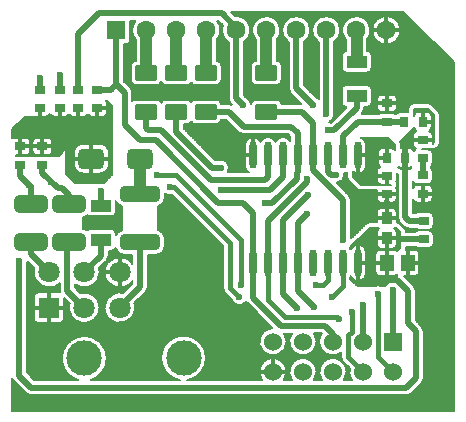
<source format=gtl>
G04 Layer_Physical_Order=1*
G04 Layer_Color=255*
%FSLAX24Y24*%
%MOIN*%
G70*
G01*
G75*
%ADD10C,0.0079*%
G04:AMPARAMS|DCode=11|XSize=51.2mil|YSize=72mil|CornerRadius=2.6mil|HoleSize=0mil|Usage=FLASHONLY|Rotation=90.000|XOffset=0mil|YOffset=0mil|HoleType=Round|Shape=RoundedRectangle|*
%AMROUNDEDRECTD11*
21,1,0.0512,0.0669,0,0,90.0*
21,1,0.0461,0.0720,0,0,90.0*
1,1,0.0051,0.0335,0.0230*
1,1,0.0051,0.0335,-0.0230*
1,1,0.0051,-0.0335,-0.0230*
1,1,0.0051,-0.0335,0.0230*
%
%ADD11ROUNDEDRECTD11*%
%ADD12R,0.0354X0.0276*%
%ADD13O,0.0236X0.0906*%
%ADD14R,0.0276X0.0354*%
%ADD15R,0.0354X0.0394*%
%ADD16R,0.0453X0.0571*%
%ADD17R,0.0689X0.0413*%
G04:AMPARAMS|DCode=18|XSize=110.2mil|YSize=59.1mil|CornerRadius=14.8mil|HoleSize=0mil|Usage=FLASHONLY|Rotation=180.000|XOffset=0mil|YOffset=0mil|HoleType=Round|Shape=RoundedRectangle|*
%AMROUNDEDRECTD18*
21,1,0.1102,0.0295,0,0,180.0*
21,1,0.0807,0.0591,0,0,180.0*
1,1,0.0295,-0.0404,0.0148*
1,1,0.0295,0.0404,0.0148*
1,1,0.0295,0.0404,-0.0148*
1,1,0.0295,-0.0404,-0.0148*
%
%ADD18ROUNDEDRECTD18*%
G04:AMPARAMS|DCode=19|XSize=86.6mil|YSize=68.9mil|CornerRadius=17.2mil|HoleSize=0mil|Usage=FLASHONLY|Rotation=180.000|XOffset=0mil|YOffset=0mil|HoleType=Round|Shape=RoundedRectangle|*
%AMROUNDEDRECTD19*
21,1,0.0866,0.0344,0,0,180.0*
21,1,0.0522,0.0689,0,0,180.0*
1,1,0.0344,-0.0261,0.0172*
1,1,0.0344,0.0261,0.0172*
1,1,0.0344,0.0261,-0.0172*
1,1,0.0344,-0.0261,-0.0172*
%
%ADD19ROUNDEDRECTD19*%
G04:AMPARAMS|DCode=20|XSize=133.9mil|YSize=51.2mil|CornerRadius=12.8mil|HoleSize=0mil|Usage=FLASHONLY|Rotation=180.000|XOffset=0mil|YOffset=0mil|HoleType=Round|Shape=RoundedRectangle|*
%AMROUNDEDRECTD20*
21,1,0.1339,0.0256,0,0,180.0*
21,1,0.1083,0.0512,0,0,180.0*
1,1,0.0256,-0.0541,0.0128*
1,1,0.0256,0.0541,0.0128*
1,1,0.0256,0.0541,-0.0128*
1,1,0.0256,-0.0541,-0.0128*
%
%ADD20ROUNDEDRECTD20*%
%ADD21C,0.0118*%
%ADD22C,0.0197*%
%ADD23C,0.0157*%
%ADD24C,0.0394*%
%ADD25C,0.1181*%
%ADD26C,0.0630*%
%ADD27R,0.0630X0.0630*%
%ADD28C,0.0600*%
%ADD29R,0.0600X0.0600*%
%ADD30R,0.0709X0.0709*%
%ADD31C,0.0709*%
%ADD32C,0.0236*%
D10*
X45811Y35472D02*
G03*
X45811Y35472I-472J0D01*
G01*
X44705Y35174D02*
G03*
X44811Y35472I-366J299D01*
G01*
D02*
G03*
X43996Y35147I-472J0D01*
G01*
X44695Y34055D02*
G03*
X44852Y34213I0J157D01*
G01*
Y34626D02*
G03*
X44705Y34783I-157J0D01*
G01*
X47136Y32638D02*
G03*
X47078Y32777I-197J0D01*
G01*
X47136Y32638D02*
G03*
X47078Y32777I-197J0D01*
G01*
X46871Y32984D02*
G03*
X46732Y33041I-139J-139D01*
G01*
X46871Y32984D02*
G03*
X46732Y33041I-139J-139D01*
G01*
X46260D02*
G03*
X46063Y32844I0J-197D01*
G01*
X46260Y33041D02*
G03*
X46063Y32844I0J-197D01*
G01*
X47078Y31603D02*
G03*
X47136Y31742I-139J139D01*
G01*
X47078Y31603D02*
G03*
X47136Y31742I-139J139D01*
G01*
X46787Y31525D02*
G03*
X47029Y31554I103J168D01*
G01*
X46787Y31525D02*
G03*
X47029Y31554I103J168D01*
G01*
X46732Y31516D02*
G03*
X46787Y31525I0J157D01*
G01*
X46890Y31339D02*
G03*
X46732Y31496I-157J0D01*
G01*
X46830Y30939D02*
G03*
X46890Y31063I-97J124D01*
G01*
Y30768D02*
G03*
X46830Y30891I-157J0D01*
G01*
X46230Y30437D02*
G03*
X46378Y30335I148J55D01*
G01*
X46732D02*
G03*
X46890Y30492I0J157D01*
G01*
X45699Y33169D02*
G03*
X45541Y33327I-157J0D01*
G01*
X45187D02*
G03*
X45030Y33169I0J-157D01*
G01*
X44852Y33484D02*
G03*
X44695Y33642I-157J0D01*
G01*
Y32913D02*
G03*
X44852Y33071I0J157D01*
G01*
X45807Y32756D02*
G03*
X45671Y32677I0J-157D01*
G01*
X45541Y32736D02*
G03*
X45699Y32893I0J157D01*
G01*
X45689Y30687D02*
G03*
X45718Y30666I128J150D01*
G01*
X45679Y30428D02*
G03*
X45689Y30482I-148J54D01*
G01*
X45645Y32677D02*
G03*
X45541Y32717I-104J-118D01*
G01*
X45187D02*
G03*
X45083Y32677I0J-157D01*
G01*
X45030Y32893D02*
G03*
X45187Y32736I157J0D01*
G01*
X44531Y32693D02*
G03*
X44606Y32874I-181J181D01*
G01*
X44531Y32693D02*
G03*
X44606Y32874I-181J181D01*
G01*
X44026Y30591D02*
G03*
X44083Y30451I197J0D01*
G01*
X44026Y30591D02*
G03*
X44083Y30451I197J0D01*
G01*
X43996Y34783D02*
G03*
X43848Y34626I10J-157D01*
G01*
X43811Y35472D02*
G03*
X43083Y35075I-472J0D01*
G01*
X43594D02*
G03*
X43811Y35472I-256J397D01*
G01*
X42594Y35075D02*
G03*
X42811Y35472I-256J397D01*
G01*
D02*
G03*
X42083Y35075I-472J0D01*
G01*
X41693Y35160D02*
G03*
X41811Y35472I-354J312D01*
G01*
X43848Y34213D02*
G03*
X44006Y34055I157J0D01*
G01*
Y33642D02*
G03*
X43848Y33484I0J-157D01*
G01*
Y33071D02*
G03*
X44006Y32913I157J0D01*
G01*
X43945Y30693D02*
G03*
X44026Y30720I-47J272D01*
G01*
X43947Y30659D02*
G03*
X43945Y30693I-276J0D01*
G01*
X43688Y30384D02*
G03*
X43947Y30659I-17J275D01*
G01*
X43614Y32669D02*
G03*
X43594Y32772I-276J0D01*
G01*
X43083Y33183D02*
G03*
X43002Y33236I-189J-201D01*
G01*
X43430Y32409D02*
G03*
X43614Y32669I-91J260D01*
G01*
X43498Y32392D02*
G03*
X43430Y32409I-102J-256D01*
G01*
X42083Y33537D02*
G03*
X42158Y33356I256J0D01*
G01*
X42083Y33537D02*
G03*
X42158Y33356I256J0D01*
G01*
X41856Y34276D02*
G03*
X41693Y34458I-183J0D01*
G01*
X41673Y33632D02*
G03*
X41856Y33815I0J183D01*
G01*
X42142Y31762D02*
G03*
X41648Y31750I-244J-128D01*
G01*
X41855Y33002D02*
G03*
X41673Y33159I-181J-26D01*
G01*
X46732Y29725D02*
G03*
X46890Y29882I0J157D01*
G01*
X46919Y29252D02*
G03*
X46762Y29409I-157J0D01*
G01*
X46890Y30158D02*
G03*
X46732Y30315I-157J0D01*
G01*
X46762Y28819D02*
G03*
X46919Y28976I0J157D01*
G01*
X46762Y28209D02*
G03*
X46919Y28366I0J157D01*
G01*
Y28642D02*
G03*
X46762Y28799I-157J0D01*
G01*
X46378Y30315D02*
G03*
X46230Y30213I0J-157D01*
G01*
Y29827D02*
G03*
X46378Y29725I148J55D01*
G01*
X45709Y30325D02*
G03*
X45679Y30428I-197J0D01*
G01*
X45674Y30214D02*
G03*
X45709Y30325I-163J111D01*
G01*
X45689Y30148D02*
G03*
X45674Y30214I-157J0D01*
G01*
X45532Y29715D02*
G03*
X45689Y29872I0J157D01*
G01*
Y29400D02*
G03*
X45532Y29557I-157J0D01*
G01*
X46407Y29409D02*
G03*
X46303Y29370I0J-157D01*
G01*
Y28858D02*
G03*
X46407Y28819I104J118D01*
G01*
X45912Y28933D02*
G03*
X46093Y28858I181J181D01*
G01*
X45912Y28933D02*
G03*
X46093Y28858I181J181D01*
G01*
X46407Y28799D02*
G03*
X46303Y28760I0J-157D01*
G01*
Y28248D02*
G03*
X46407Y28209I104J118D01*
G01*
X45718Y29232D02*
G03*
X45793Y29051I256J0D01*
G01*
X45718Y29232D02*
G03*
X45794Y29051I256J0D01*
G01*
X46002Y28760D02*
G03*
X45946Y28870I-195J-30D01*
G01*
X46002Y28760D02*
G03*
X45946Y28870I-195J-30D01*
G01*
X45808Y29007D02*
G03*
X45689Y29064I-139J-139D01*
G01*
X45808Y29007D02*
G03*
X45689Y29064I-139J-139D01*
G01*
X46585Y25433D02*
G03*
X46510Y25614I-256J0D01*
G01*
X46585Y25433D02*
G03*
X46509Y25614I-256J0D01*
G01*
Y23687D02*
G03*
X46585Y23868I-181J181D01*
G01*
X46510Y23687D02*
G03*
X46585Y23868I-181J181D01*
G01*
X46447Y28002D02*
G03*
X46289Y28159I-157J0D01*
G01*
Y27274D02*
G03*
X46447Y27431I0J157D01*
G01*
X46319Y26792D02*
G03*
X46244Y26973I-256J0D01*
G01*
X46319Y26792D02*
G03*
X46244Y26973I-256J0D01*
G01*
X45995Y28159D02*
G03*
X46004Y28219I-188J59D01*
G01*
X45995Y28159D02*
G03*
X46004Y28219I-188J59D01*
G01*
X46014Y23297D02*
G03*
X46195Y23372I0J256D01*
G01*
X46014Y23297D02*
G03*
X46195Y23372I0J256D01*
G01*
X45020Y29872D02*
G03*
X45177Y29715I157J0D01*
G01*
Y29557D02*
G03*
X45020Y29400I0J-157D01*
G01*
X44349Y30186D02*
G03*
X44488Y30128I139J139D01*
G01*
X44349Y30186D02*
G03*
X44488Y30128I139J139D01*
G01*
X44154Y29813D02*
G03*
X44079Y29994I-256J0D01*
G01*
X44154Y29813D02*
G03*
X44078Y29994I-256J0D01*
G01*
X44783Y29065D02*
G03*
X44644Y29007I0J-197D01*
G01*
X44783Y29065D02*
G03*
X44644Y29007I0J-197D01*
G01*
X44169Y28532D02*
G03*
X44154Y28587I-271J-48D01*
G01*
X43018Y25089D02*
G03*
X42926Y25364I-457J0D01*
G01*
X42018Y25089D02*
G03*
X41933Y25354I-457J0D01*
G01*
X43190Y25356D02*
G03*
X43828Y24717I371J-267D01*
G01*
X42189Y25354D02*
G03*
X43018Y25089I372J-266D01*
G01*
X44117Y24199D02*
G03*
X44199Y23809I444J-110D01*
G01*
X43828Y24585D02*
G03*
X43897Y24418I236J0D01*
G01*
X43828Y24585D02*
G03*
X43897Y24418I236J0D01*
G01*
X44019Y24089D02*
G03*
X43199Y23809I-457J0D01*
G01*
X43923D02*
G03*
X44019Y24089I-362J280D01*
G01*
X42923Y23809D02*
G03*
X43018Y24089I-362J280D01*
G01*
D02*
G03*
X42199Y23809I-457J0D01*
G01*
X41923D02*
G03*
X42018Y24089I-362J280D01*
G01*
X41811Y35472D02*
G03*
X40984Y35160I-472J0D01*
G01*
X40594Y35075D02*
G03*
X40811Y35472I-256J397D01*
G01*
X40821Y33815D02*
G03*
X41004Y33632I183J0D01*
G01*
X40984Y34458D02*
G03*
X40821Y34276I20J-182D01*
G01*
X40811Y35472D02*
G03*
X40304Y35944I-472J0D01*
G01*
X39893Y35631D02*
G03*
X40083Y35075I445J-158D01*
G01*
X39811Y35472D02*
G03*
X39699Y35778I-472J0D01*
G01*
X39685Y35151D02*
G03*
X39811Y35472I-346J321D01*
G01*
X39665Y33632D02*
G03*
X39848Y33815I0J183D01*
G01*
Y34276D02*
G03*
X39685Y34458I-183J0D01*
G01*
X41004Y33159D02*
G03*
X40825Y33014I0J-183D01*
G01*
X40825D02*
G03*
X40660Y33236I-274J-32D01*
G01*
X40185Y32987D02*
G03*
X40099Y33002I-86J-241D01*
G01*
X40185Y32987D02*
G03*
X40099Y33002I-86J-241D01*
G01*
X40083Y33195D02*
G03*
X40158Y33014I256J0D01*
G01*
X40083Y33195D02*
G03*
X40158Y33014I256J0D01*
G01*
X40409Y32073D02*
G03*
X40591Y31998I181J181D01*
G01*
X40410Y32073D02*
G03*
X40591Y31998I181J181D01*
G01*
X41648Y31750D02*
G03*
X41148Y31750I-250J-116D01*
G01*
D02*
G03*
X40622Y31634I-250J-116D01*
G01*
Y30965D02*
G03*
X40756Y30728I276J0D01*
G01*
X40049D02*
G03*
X40098Y30886I-226J157D01*
G01*
X40417Y30728D02*
G03*
X40213Y30728I-102J-256D01*
G01*
X39847Y33002D02*
G03*
X39665Y33159I-181J-26D01*
G01*
Y32332D02*
G03*
X39847Y32490I0J183D01*
G01*
X40098Y30886D02*
G03*
X39721Y31142I-276J0D01*
G01*
X38834Y33731D02*
G03*
X38996Y33632I162J84D01*
G01*
X38671D02*
G03*
X38834Y33731I0J183D01*
G01*
X37835Y33741D02*
G03*
X38002Y33632I167J74D01*
G01*
X37667D02*
G03*
X37835Y33741I0J183D01*
G01*
X38996Y33159D02*
G03*
X38834Y33060I0J-183D01*
G01*
X38834Y32431D02*
G03*
X38996Y32332I162J84D01*
G01*
X38834Y33060D02*
G03*
X38671Y33159I-162J-84D01*
G01*
Y32332D02*
G03*
X38834Y32431I0J183D01*
G01*
X38002Y33159D02*
G03*
X37835Y33050I0J-183D01*
G01*
X37835D02*
G03*
X37667Y33159I-167J-74D01*
G01*
X37963Y30020D02*
G03*
X38206Y29984I157J226D01*
G01*
X37746Y29605D02*
G03*
X37963Y29882I-69J277D01*
G01*
X36978Y35778D02*
G03*
X36984Y35160I361J-305D01*
G01*
Y34459D02*
G03*
X36815Y34276I14J-183D01*
G01*
X36654Y35000D02*
G03*
X36811Y35157I0J157D01*
G01*
X36815Y33815D02*
G03*
X36998Y33632I183J0D01*
G01*
X36880Y33386D02*
G03*
X36805Y33567I-256J0D01*
G01*
X36880Y33386D02*
G03*
X36805Y33567I-256J0D01*
G01*
X36998Y33159D02*
G03*
X36880Y33116I0J-183D01*
G01*
X36329Y29778D02*
G03*
X36516Y29608I266J104D01*
G01*
X36171Y29262D02*
G03*
X36329Y29419I0J157D01*
G01*
Y28691D02*
G03*
X36171Y28848I-157J0D01*
G01*
X37677Y27982D02*
G03*
X37963Y28268I0J285D01*
G01*
Y28524D02*
G03*
X37746Y28801I-285J0D01*
G01*
X36516Y28798D02*
G03*
X36329Y28628I79J-274D01*
G01*
X36315Y28212D02*
G03*
X36594Y27982I280J56D01*
G01*
X36171Y28120D02*
G03*
X36315Y28212I0J157D01*
G01*
X36007Y27772D02*
G03*
X36083Y27953I-181J181D01*
G01*
X36008Y27772D02*
G03*
X36083Y27953I-181J181D01*
G01*
X35375Y29304D02*
G03*
X35482Y29262I107J115D01*
G01*
X35236Y29230D02*
G03*
X35375Y29304I-69J297D01*
G01*
X35482Y28848D02*
G03*
X35365Y28796I0J-157D01*
G01*
D02*
G03*
X35236Y28860I-197J-233D01*
G01*
X35787Y27402D02*
G03*
X35770Y27534I-512J0D01*
G01*
X33366Y27683D02*
G03*
X33384Y27751I-256J102D01*
G01*
X40669Y26428D02*
G03*
X40717Y26362I228J116D01*
G01*
X40669Y26428D02*
G03*
X40717Y26362I228J116D01*
G01*
X40186Y26486D02*
G03*
X40669Y26428I257J99D01*
G01*
X39902Y26868D02*
G03*
X39971Y26701I236J0D01*
G01*
X39902Y26868D02*
G03*
X39971Y26701I236J0D01*
G01*
X41534Y25545D02*
G03*
X42018Y25089I27J-457D01*
G01*
X37317Y26738D02*
G03*
X37392Y26919I-181J181D01*
G01*
X37317Y26738D02*
G03*
X37392Y26919I-181J181D01*
G01*
X36880Y27689D02*
G03*
X36880Y27114I-423J-288D01*
G01*
X36969Y26220D02*
G03*
X36947Y26368I-512J0D01*
G01*
X36573Y26719D02*
G03*
X36969Y26220I-117J-498D01*
G01*
X39331Y24546D02*
G03*
X38452Y23809I-748J0D01*
G01*
X39331Y24546D02*
G03*
X38452Y23809I-748J0D01*
G01*
X42018Y24089D02*
G03*
X41199Y23809I-457J0D01*
G01*
X38713D02*
G03*
X39331Y24546I-130J737D01*
G01*
X38713Y23809D02*
G03*
X39331Y24546I-130J737D01*
G01*
X34961Y26998D02*
G03*
X35787Y27402I315J403D01*
G01*
Y26220D02*
G03*
X35143Y26715I-512J0D01*
G01*
X34781Y26353D02*
G03*
X35787Y26220I494J-132D01*
G01*
X33600Y27534D02*
G03*
X34449Y27032I494J-132D01*
G01*
Y26791D02*
G03*
X34456Y26732I256J0D01*
G01*
X34449Y26791D02*
G03*
X34456Y26732I256J0D01*
G01*
X33740Y26732D02*
G03*
X33583Y26575I0J-157D01*
G01*
X34449Y25709D02*
G03*
X34606Y25866I0J157D01*
G01*
X33583D02*
G03*
X33740Y25709I157J0D01*
G01*
X36024Y24528D02*
G03*
X35068Y23809I-748J0D01*
G01*
X35484D02*
G03*
X36024Y24528I-208J719D01*
G01*
D02*
G03*
X35068Y23809I-748J0D01*
G01*
X35484D02*
G03*
X36024Y24528I-208J719D01*
G01*
X33333Y23372D02*
G03*
X33514Y23297I181J181D01*
G01*
X33333Y23372D02*
G03*
X33514Y23297I181J181D01*
G01*
X32874Y23858D02*
G03*
X32930Y23775I236J98D01*
G01*
X32874Y23858D02*
G03*
X32929Y23776I236J98D01*
G01*
X34213Y31732D02*
G03*
X34055Y31890I-157J0D01*
G01*
X33701D02*
G03*
X33543Y31732I0J-157D01*
G01*
X34055Y31299D02*
G03*
X34213Y31456I0J157D01*
G01*
X33543D02*
G03*
X33701Y31299I157J0D01*
G01*
X33474Y31732D02*
G03*
X33317Y31890I-157J0D01*
G01*
X32963D02*
G03*
X32874Y31862I0J-157D01*
G01*
X33317Y31299D02*
G03*
X33474Y31456I0J157D01*
G01*
X46850Y32598D02*
G03*
X46693Y32756I-157J0D01*
G01*
X46763Y32103D02*
G03*
X46850Y32244I-70J141D01*
G01*
X46260Y32235D02*
G03*
X46347Y32103I157J9D01*
G01*
X46890Y31949D02*
G03*
X46763Y32103I-157J0D01*
G01*
X46417Y32756D02*
G03*
X46260Y32607I0J-157D01*
G01*
X46347Y32103D02*
G03*
X46220Y31949I31J-154D01*
G01*
X45827Y31654D02*
G03*
X45806Y31741I-197J0D01*
G01*
X45827Y31654D02*
G03*
X45806Y31741I-197J0D01*
G01*
X46220Y31673D02*
G03*
X46327Y31524I157J0D01*
G01*
X46251Y31448D02*
G03*
X46102Y31555I-149J-50D01*
G01*
Y30886D02*
G03*
X46185Y30909I0J157D01*
G01*
X45745Y30909D02*
G03*
X45827Y30886I82J135D01*
G01*
X45630Y31474D02*
G03*
X45492Y31555I-138J-76D01*
G01*
X45217D02*
G03*
X45059Y31398I0J-157D01*
G01*
Y31043D02*
G03*
X45134Y30909I157J0D01*
G01*
Y30909D02*
G03*
X45020Y30758I43J-151D01*
G01*
Y30482D02*
G03*
X45177Y30325I157J0D01*
G01*
X44673Y31634D02*
G03*
X44500Y31890I-276J0D01*
G01*
X44222Y30752D02*
G03*
X44673Y30965I175J213D01*
G01*
X45689Y28730D02*
G03*
X45608Y28868I-157J0D01*
G01*
X45532Y28179D02*
G03*
X45689Y28337I0J157D01*
G01*
X45101Y28868D02*
G03*
X45020Y28730I76J-138D01*
G01*
Y28337D02*
G03*
X45177Y28179I157J0D01*
G01*
X45699Y28106D02*
G03*
X45581Y28159I-118J-104D01*
G01*
Y27274D02*
G03*
X45699Y27327I0J157D01*
G01*
X45530Y27095D02*
G03*
X45308Y26929I31J-274D01*
G01*
X45128Y28159D02*
G03*
X44970Y28002I0J-157D01*
G01*
Y27431D02*
G03*
X45128Y27274I157J0D01*
G01*
X45211Y26929D02*
G03*
X44927Y26929I-142J-236D01*
G01*
X44673Y28051D02*
G03*
X44148Y28167I-276J0D01*
G01*
Y27266D02*
G03*
X44673Y27382I250J116D01*
G01*
X36043Y33012D02*
G03*
X36000Y33120I-157J0D01*
G01*
X35886Y32579D02*
G03*
X36043Y32736I0J157D01*
G01*
X35394Y32660D02*
G03*
X35531Y32579I138J76D01*
G01*
X35256D02*
G03*
X35394Y32660I0J157D01*
G01*
X36102Y31363D02*
G03*
X35773Y31693I-330J0D01*
G01*
Y30689D02*
G03*
X36102Y31019I0J330D01*
G01*
X34626Y32579D02*
G03*
X34764Y32660I0J157D01*
G01*
X34764D02*
G03*
X34902Y32579I138J76D01*
G01*
X34129Y32670D02*
G03*
X34272Y32579I143J67D01*
G01*
X33986D02*
G03*
X34129Y32670I0J157D01*
G01*
X35251Y31693D02*
G03*
X34921Y31363I0J-330D01*
G01*
Y31019D02*
G03*
X35251Y30689I330J0D01*
G01*
X45768Y35669D02*
X46336D01*
X45791Y35610D02*
X46395D01*
X45768Y35670D02*
Y36093D01*
X45913D02*
X47598Y34407D01*
X45804Y35551D02*
X46454D01*
X45627Y35846D02*
X46159D01*
X45691Y35787D02*
X46218D01*
X45528Y35905D02*
X46100D01*
X45736Y35728D02*
X46277D01*
X45809Y35433D02*
X46572D01*
X45801Y35374D02*
X46631D01*
X45811Y35492D02*
X46513D01*
X45758Y35256D02*
X46749D01*
X45784Y35315D02*
X46690D01*
X45672Y35138D02*
X46867D01*
X45722Y35197D02*
X46808D01*
X45473Y35020D02*
X46985D01*
X45600Y35079D02*
X46926D01*
X45531Y35904D02*
Y36093D01*
X45590Y35872D02*
Y36093D01*
X45472Y35926D02*
Y36093D01*
X45709Y35766D02*
Y36093D01*
X45650Y35828D02*
Y36093D01*
X45354Y35945D02*
Y36093D01*
X45413Y35939D02*
Y36093D01*
X45118Y35890D02*
Y36093D01*
X45059Y35853D02*
Y36093D01*
X44941Y35727D02*
Y36093D01*
X45295Y35943D02*
Y36093D01*
X45472Y33327D02*
Y35019D01*
X45354Y33327D02*
Y35000D01*
X45236Y35934D02*
Y36093D01*
X45177Y35916D02*
Y36093D01*
X45000Y35802D02*
Y36093D01*
X46417Y33041D02*
Y35588D01*
X46476Y33041D02*
Y35529D01*
X46358Y33041D02*
Y35647D01*
X46594Y33041D02*
Y35411D01*
X46535Y33041D02*
Y35470D01*
X46240Y33040D02*
Y35765D01*
X46299Y33041D02*
Y35706D01*
X46181Y33025D02*
Y35824D01*
X46122Y32985D02*
Y35883D01*
X46063Y32756D02*
Y35942D01*
X46949Y32906D02*
Y35056D01*
X47008Y32847D02*
Y34997D01*
X46890Y32965D02*
Y35115D01*
X47126Y32700D02*
Y34879D01*
X47067Y32788D02*
Y34938D01*
X46713Y33041D02*
Y35293D01*
X46653Y33041D02*
Y35352D01*
X46831Y33015D02*
Y35174D01*
X46772Y33037D02*
Y35234D01*
X45945Y32756D02*
Y36060D01*
X46004Y32756D02*
Y36001D01*
X45886Y32756D02*
Y36093D01*
X45827Y32756D02*
Y36093D01*
X45768Y32751D02*
Y35275D01*
X45709Y32721D02*
Y35179D01*
X45000Y32677D02*
Y35143D01*
X44941Y32677D02*
Y35217D01*
X44882Y32677D02*
Y35352D01*
X45531Y33327D02*
Y35041D01*
X45413Y33327D02*
Y35006D01*
X45295Y33327D02*
Y35002D01*
X45650Y33284D02*
Y35117D01*
X45590Y33319D02*
Y35073D01*
X45236Y33327D02*
Y35011D01*
X45177Y33326D02*
Y35028D01*
X45118Y33311D02*
Y35055D01*
X45059Y33261D02*
Y35092D01*
X44882Y35593D02*
Y36093D01*
X44791Y35610D02*
X44887D01*
X44801Y35374D02*
X44877D01*
X44784Y35315D02*
X44893D01*
X44528Y35905D02*
X45150D01*
X44627Y35846D02*
X45050D01*
X44691Y35787D02*
X44986D01*
X44736Y35728D02*
X44941D01*
X44768Y35669D02*
X44909D01*
X44722Y35197D02*
X44955D01*
X44705Y35138D02*
X45005D01*
X44758Y35256D02*
X44919D01*
X44705Y35020D02*
X45204D01*
X44705Y35079D02*
X45078D01*
X44705Y34902D02*
X47104D01*
X44705Y34961D02*
X47045D01*
X44705Y34783D02*
X47222D01*
X44705Y34842D02*
X47163D01*
X44587Y35875D02*
Y36093D01*
X44646Y35832D02*
Y36093D01*
X44527Y35905D02*
Y36093D01*
X44764Y35679D02*
Y36093D01*
X44705Y35771D02*
Y36093D01*
X44468Y35927D02*
Y36093D01*
X44409Y35940D02*
Y36093D01*
X44173Y35915D02*
Y36093D01*
X44114Y35888D02*
Y36093D01*
X44804Y35551D02*
X44873D01*
X44811Y35492D02*
X44867D01*
X44350Y35945D02*
Y36093D01*
X44809Y35433D02*
X44868D01*
X44291Y35943D02*
Y36093D01*
X44232Y35933D02*
Y36093D01*
X43528Y35905D02*
X44150D01*
X44852Y34429D02*
X47576D01*
X44852Y34370D02*
X47598D01*
X44852Y34488D02*
X47517D01*
X44852Y34252D02*
X47598D01*
X44852Y34311D02*
X47598D01*
X44847Y34665D02*
X47340D01*
X44852Y34606D02*
X47399D01*
X44818Y34724D02*
X47281D01*
X44852Y34547D02*
X47458D01*
X44852Y34213D02*
Y34626D01*
X44831Y34134D02*
X47598D01*
X44771Y34075D02*
X47598D01*
X44851Y34193D02*
X47598D01*
X43594Y34016D02*
X47598D01*
X43594Y33898D02*
X47598D01*
X43594Y33957D02*
X47598D01*
X43594Y33779D02*
X47598D01*
X43594Y33839D02*
X47598D01*
X44823Y34718D02*
Y36093D01*
X44764Y34768D02*
Y35266D01*
X44705Y34783D02*
Y35174D01*
X44823Y33576D02*
Y34121D01*
X44764Y33626D02*
Y34071D01*
X44006Y34055D02*
X44695D01*
X44705Y33641D02*
Y34055D01*
X44646Y33642D02*
Y34055D01*
X44409Y33642D02*
Y34055D01*
X44468Y33642D02*
Y34055D01*
X44350Y33642D02*
Y34055D01*
X44587Y33642D02*
Y34055D01*
X44527Y33642D02*
Y34055D01*
X44173Y33642D02*
Y34055D01*
X44114Y33642D02*
Y34055D01*
X44291Y33642D02*
Y34055D01*
X44232Y33642D02*
Y34055D01*
X47135Y32657D02*
X47598D01*
X47136Y32598D02*
X47598D01*
X47119Y32716D02*
X47598D01*
X47136Y32480D02*
X47598D01*
X47136Y32539D02*
X47598D01*
X46902Y32953D02*
X47598D01*
X46962Y32894D02*
X47598D01*
X46836Y33012D02*
X47598D01*
X47080Y32776D02*
X47598D01*
X47021Y32835D02*
X47598D01*
X47136Y32362D02*
X47598D01*
X47136Y32303D02*
X47598D01*
X47136Y32421D02*
X47598D01*
X47136Y32185D02*
X47598D01*
X47136Y32244D02*
X47598D01*
X47134Y31713D02*
X47598D01*
X47136Y31772D02*
X47598D01*
X47008Y31535D02*
X47598D01*
X47115Y31653D02*
X47598D01*
X46871Y32984D02*
X47078Y32777D01*
X47136Y32126D02*
X47598D01*
X47136Y31742D02*
Y32638D01*
X46260Y33041D02*
X46732D01*
X47136Y32008D02*
X47598D01*
X47136Y31949D02*
X47598D01*
X47136Y32067D02*
X47598D01*
X47136Y31831D02*
X47598D01*
X47136Y31890D02*
X47598D01*
X47070Y31594D02*
X47598D01*
X47029Y31554D02*
X47078Y31603D01*
X46890Y31240D02*
X47598D01*
X46890Y31181D02*
X47598D01*
X46890Y31299D02*
X47598D01*
X46890Y31063D02*
X47598D01*
X46890Y31122D02*
X47598D01*
X46869Y31417D02*
X47598D01*
X46889Y31358D02*
X47598D01*
X46809Y31476D02*
X47598D01*
X46836Y30945D02*
X47598D01*
X46878Y31004D02*
X47598D01*
X46890Y30650D02*
X47598D01*
X46890Y30590D02*
X47598D01*
X46890Y30768D02*
X47598D01*
X46889Y30472D02*
X47598D01*
X46890Y30531D02*
X47598D01*
X46878Y30827D02*
X47598D01*
X46837Y30886D02*
X47598D01*
X46808Y30354D02*
X47598D01*
X46869Y30413D02*
X47598D01*
X46831Y31462D02*
Y31505D01*
X46890Y31063D02*
Y31339D01*
X46890Y31344D02*
Y31496D01*
X46524Y31516D02*
X46732D01*
X46522Y31496D02*
X46732D01*
X46890Y30773D02*
Y31058D01*
X46890Y30709D02*
X47598D01*
X46890Y30492D02*
Y30768D01*
X46230Y30354D02*
X46302D01*
X46378Y30335D02*
X46732D01*
X44852Y33484D02*
X47598D01*
X44852Y33425D02*
X47598D01*
X45187Y33327D02*
X45541D01*
X45617Y33307D02*
X47598D01*
X43594Y33661D02*
X47598D01*
X44799Y33602D02*
X47598D01*
X43594Y33720D02*
X47598D01*
X44852Y33366D02*
X47598D01*
X44841Y33543D02*
X47598D01*
X45699Y33130D02*
X47598D01*
X45699Y33071D02*
X47598D01*
X45699Y32953D02*
X46095D01*
X45699Y32894D02*
X46069D01*
X45699Y32893D02*
Y33169D01*
X45698Y33189D02*
X47598D01*
X45678Y33248D02*
X47598D01*
X45699Y33012D02*
X46156D01*
X44852Y33307D02*
X45111D01*
X44852Y33071D02*
Y33484D01*
X45030Y32893D02*
Y33169D01*
X44006Y33642D02*
X44695D01*
X44852Y33248D02*
X45051D01*
X44852Y33189D02*
X45031D01*
X44852Y33071D02*
X45030D01*
X44841Y33012D02*
X45030D01*
X44852Y33130D02*
X45030D01*
X44799Y32953D02*
X45030D01*
X44606Y32913D02*
X44695D01*
X44606Y32894D02*
X45030D01*
X44606Y32874D02*
Y32913D01*
X46063Y32756D02*
Y32844D01*
X45807Y32756D02*
X46063D01*
X45687Y32835D02*
X46063D01*
X45650Y32677D02*
Y32779D01*
X45646Y32776D02*
X46063D01*
X45590Y32709D02*
Y32744D01*
X45187Y32736D02*
X45541D01*
X45689Y30482D02*
Y30687D01*
X45688Y30413D02*
X45718D01*
X45709Y30331D02*
Y30672D01*
X45546Y32716D02*
X45703D01*
X45187Y32717D02*
X45541D01*
X45059Y32677D02*
Y32802D01*
X44823Y32677D02*
Y32979D01*
X44764Y32677D02*
Y32929D01*
X44705Y32677D02*
Y32914D01*
X44603Y32835D02*
X45041D01*
X44646Y32677D02*
Y32913D01*
X45118Y32701D02*
Y32752D01*
X44552Y32716D02*
X45182D01*
X44587Y32776D02*
X45083D01*
X44515Y32677D02*
X45083D01*
X44587D02*
Y32775D01*
X43718Y30354D02*
X44180D01*
X43795Y30413D02*
X44121D01*
X43996Y35798D02*
Y36093D01*
X44055Y35850D02*
Y36093D01*
X43937Y35721D02*
Y36093D01*
X43878Y35577D02*
Y36093D01*
X43760Y35686D02*
Y36093D01*
X43524Y35907D02*
Y36093D01*
X43583Y35877D02*
Y36093D01*
X43464Y35928D02*
Y36093D01*
X43701Y35776D02*
Y36093D01*
X43642Y35835D02*
Y36093D01*
X43790Y35610D02*
X43887D01*
X43804Y35551D02*
X43873D01*
X43811Y35492D02*
X43867D01*
X43801Y35374D02*
X43877D01*
X43809Y35433D02*
X43868D01*
X43627Y35846D02*
X44050D01*
X43691Y35787D02*
X43986D01*
X43736Y35728D02*
X43941D01*
X43768Y35669D02*
X43909D01*
X43346Y35945D02*
Y36093D01*
X43405Y35940D02*
Y36093D01*
X43287Y35942D02*
Y36093D01*
X43228Y35932D02*
Y36093D01*
X43169Y35913D02*
Y36093D01*
X43051Y35847D02*
Y36093D01*
X43110Y35886D02*
Y36093D01*
X42992Y35794D02*
Y36093D01*
X42933Y35715D02*
Y36093D01*
X42697Y35781D02*
Y36093D01*
X42874Y35558D02*
Y36093D01*
X42804Y35551D02*
X42873D01*
X42811Y35492D02*
X42867D01*
X42801Y35374D02*
X42877D01*
X42809Y35433D02*
X42868D01*
X42736Y35728D02*
X42941D01*
X42756Y35694D02*
Y36093D01*
X42768Y35669D02*
X42909D01*
X42790Y35610D02*
X42887D01*
X43996Y34783D02*
Y35147D01*
X43996Y34783D02*
Y35147D01*
X43784Y35315D02*
X43893D01*
X43937Y34768D02*
Y35224D01*
X43878Y34718D02*
Y35368D01*
X43722Y35197D02*
X43955D01*
X43672Y35138D02*
X43996D01*
X43758Y35256D02*
X43919D01*
X43594Y35020D02*
X43996D01*
X43600Y35079D02*
X43996D01*
X43594Y34902D02*
X43996D01*
X43594Y34842D02*
X43996D01*
X43594Y34961D02*
X43996D01*
X43848Y34213D02*
Y34626D01*
X43594Y34783D02*
X43996D01*
X43594Y34724D02*
X43883D01*
X43594Y34665D02*
X43853D01*
X43594Y34606D02*
X43848D01*
X42874Y33364D02*
Y35387D01*
X43819Y32704D02*
Y36093D01*
X43760Y32645D02*
Y35258D01*
X42758Y35256D02*
X42919D01*
X42784Y35315D02*
X42893D01*
X42815Y33423D02*
Y36093D01*
X42756Y33482D02*
Y35251D01*
X43083Y33183D02*
Y35075D01*
X43594Y32772D02*
Y35075D01*
X43051Y33209D02*
Y35098D01*
X43701Y32586D02*
Y35169D01*
X43642Y32527D02*
Y35110D01*
X42722Y35197D02*
X42955D01*
X42697Y33541D02*
Y35164D01*
X42992Y33246D02*
Y35151D01*
X42933Y33305D02*
Y35230D01*
X42461Y35929D02*
Y36093D01*
X42520Y35909D02*
Y36093D01*
X42401Y35941D02*
Y36093D01*
X42638Y35838D02*
Y36093D01*
X42579Y35879D02*
Y36093D01*
X42283Y35942D02*
Y36093D01*
X42342Y35945D02*
Y36093D01*
X42224Y35931D02*
Y36093D01*
X42047Y35844D02*
Y36093D01*
X41988Y35789D02*
Y36093D01*
X42165Y35912D02*
Y36093D01*
X42528Y35905D02*
X43150D01*
X42106Y35884D02*
Y36093D01*
X42627Y35846D02*
X43050D01*
X42691Y35787D02*
X42986D01*
X41528Y35905D02*
X42150D01*
X41627Y35846D02*
X42050D01*
X41691Y35787D02*
X41986D01*
X41736Y35728D02*
X41941D01*
X41752Y35701D02*
Y36093D01*
X41929Y35708D02*
Y36093D01*
X41693Y35785D02*
Y36093D01*
X41870Y35533D02*
Y36093D01*
X41811Y35481D02*
Y36093D01*
X41279Y35941D02*
Y36093D01*
X41161Y35910D02*
Y36093D01*
X41634Y35841D02*
Y36093D01*
X41575Y35882D02*
Y36093D01*
X41768Y35669D02*
X41909D01*
X41790Y35610D02*
X41887D01*
X41516Y35910D02*
Y36093D01*
X41804Y35551D02*
X41873D01*
X41811Y35492D02*
X41867D01*
X41398Y35941D02*
Y36093D01*
X41339Y35945D02*
Y36093D01*
X41457Y35930D02*
Y36093D01*
X41220Y35930D02*
Y36093D01*
X42672Y35138D02*
X43005D01*
X42600Y35079D02*
X43078D01*
X42594Y34961D02*
X43083D01*
X42638Y33600D02*
Y35107D01*
X42594Y35020D02*
X43083D01*
X41693D02*
X42083D01*
X42594Y33643D02*
Y35075D01*
X41693Y34961D02*
X42083D01*
X42594Y34842D02*
X43083D01*
X42594Y34783D02*
X43083D01*
X42594Y34902D02*
X43083D01*
X42594Y34606D02*
X43083D01*
X42594Y34724D02*
X43083D01*
X41693Y34842D02*
X42083D01*
X41693Y34902D02*
X42083D01*
X42594Y34665D02*
X43083D01*
X41693D02*
X42083D01*
X41809Y35433D02*
X41868D01*
X41801Y35374D02*
X41877D01*
X41811Y34397D02*
Y35464D01*
X41929Y33002D02*
Y35237D01*
X41870Y33002D02*
Y35412D01*
X41758Y35256D02*
X41919D01*
X41784Y35315D02*
X41893D01*
X41752Y34441D02*
Y35244D01*
X41722Y35197D02*
X41955D01*
X42083Y33537D02*
Y35075D01*
X41693Y34458D02*
Y35160D01*
X42047Y33002D02*
Y35101D01*
X41988Y33002D02*
Y35156D01*
X41693Y35079D02*
X42078D01*
X41693Y35138D02*
X42005D01*
X41693Y34724D02*
X42083D01*
X41693Y34783D02*
X42083D01*
X43594Y34429D02*
X43848D01*
X43594Y34370D02*
X43848D01*
X43594Y34488D02*
X43848D01*
X43878Y33576D02*
Y34121D01*
X43594Y34311D02*
X43848D01*
X43594Y34252D02*
X43848D01*
X43594Y34547D02*
X43848D01*
X43594Y34134D02*
X43870D01*
X43594Y34193D02*
X43850D01*
X43996Y33641D02*
Y34055D01*
X44055Y33642D02*
Y34055D01*
X43937Y33626D02*
Y34071D01*
X43594Y33307D02*
X43848D01*
X43594Y34075D02*
X43930D01*
X43594Y33602D02*
X43902D01*
X43594Y33543D02*
X43860D01*
X43594Y33484D02*
X43848D01*
X42594Y33898D02*
X43083D01*
X42594Y33839D02*
X43083D01*
X42594Y34252D02*
X43083D01*
X42594Y33720D02*
X43083D01*
X42594Y33779D02*
X43083D01*
X42594Y34488D02*
X43083D01*
X42594Y34429D02*
X43083D01*
X42594Y34547D02*
X43083D01*
X42594Y34311D02*
X43083D01*
X42594Y34370D02*
X43083D01*
X43594Y33425D02*
X43848D01*
X43594Y33366D02*
X43848D01*
X42813Y33425D02*
X43083D01*
X42931Y33307D02*
X43083D01*
X42872Y33366D02*
X43083D01*
X42636Y33602D02*
X43083D01*
X42594Y33661D02*
X43083D01*
X42754Y33484D02*
X43083D01*
X42695Y33543D02*
X43083D01*
X43996Y32882D02*
Y32914D01*
X43594Y33012D02*
X43860D01*
X43937Y32822D02*
Y32929D01*
X43878Y32763D02*
Y32979D01*
X43594Y32953D02*
X43902D01*
X43594Y32894D02*
X44008D01*
X43594Y33130D02*
X43848D01*
X43506Y32392D02*
X44028Y32913D01*
X43594Y32835D02*
X43949D01*
X43947Y30650D02*
X44026D01*
X43938Y30590D02*
X44026D01*
Y30591D02*
Y30720D01*
X43915Y30531D02*
X44035D01*
X43594Y32776D02*
X43890D01*
X43874Y30472D02*
X44065D01*
X43848Y33071D02*
Y33484D01*
X43594Y33189D02*
X43848D01*
X43594Y33248D02*
X43848D01*
X43610Y32716D02*
X43831D01*
X42990Y33248D02*
X43083D01*
X42594Y33643D02*
X43002Y33236D01*
X43594Y33071D02*
X43848D01*
X43614Y32657D02*
X43772D01*
X43605Y32598D02*
X43713D01*
X43582Y32539D02*
X43654D01*
X43539Y32480D02*
X43595D01*
X43583Y32468D02*
Y32541D01*
X43459Y32421D02*
X43536D01*
X43524Y32409D02*
Y32465D01*
X41856Y34252D02*
X42083D01*
X42594Y34193D02*
X43083D01*
X41853Y34311D02*
X42083D01*
X42594Y34134D02*
X43083D01*
X41856Y34193D02*
X42083D01*
X41693Y34547D02*
X42083D01*
X41693Y34488D02*
X42083D01*
X41693Y34606D02*
X42083D01*
X41830Y34370D02*
X42083D01*
X41774Y34429D02*
X42083D01*
X42594Y34016D02*
X43083D01*
X42594Y33957D02*
X43083D01*
X42594Y34075D02*
X43083D01*
X41856D02*
X42083D01*
X41856Y34134D02*
X42083D01*
X41856Y33957D02*
X42083D01*
X41856Y34016D02*
X42083D01*
X41856Y33898D02*
X42083D01*
X41856Y33839D02*
X42083D01*
X41856Y33815D02*
Y34276D01*
X41830Y33720D02*
X42083D01*
X41853Y33779D02*
X42083D01*
X41772Y33661D02*
X42083D01*
X41752Y33141D02*
Y33650D01*
X41516Y33159D02*
Y33632D01*
X41575Y33159D02*
Y33632D01*
X41457Y33159D02*
Y33632D01*
X41693Y33158D02*
Y33633D01*
X41634Y33159D02*
Y33632D01*
X41279Y33159D02*
Y33632D01*
X41220Y33159D02*
Y33632D01*
X41398Y33159D02*
Y33632D01*
X41339Y33159D02*
Y33632D01*
X42283Y33002D02*
Y33231D01*
X42342Y33002D02*
Y33172D01*
X42224Y33002D02*
Y33290D01*
X42461Y33002D02*
Y33054D01*
X42401Y33002D02*
Y33113D01*
X41772Y33130D02*
X42384D01*
X41830Y33071D02*
X42443D01*
X42106Y33002D02*
Y33430D01*
X42158Y33356D02*
X42513Y33002D01*
X42165D02*
Y33349D01*
X42069Y31998D02*
X42142Y31925D01*
X42091Y31831D02*
X42142D01*
X42047Y31865D02*
Y31998D01*
X42142Y31762D02*
Y31925D01*
X42106Y31814D02*
Y31961D01*
X41855Y33002D02*
X42513D01*
X41853Y33012D02*
X42502D01*
X42000Y31890D02*
X42142D01*
X41870Y31908D02*
Y31998D01*
X41929Y31908D02*
Y31998D01*
X41811Y33097D02*
Y33695D01*
X41988Y31894D02*
Y31998D01*
X41811Y31895D02*
Y31998D01*
X41339Y31903D02*
Y31998D01*
X41752Y31868D02*
Y31998D01*
X41693Y31818D02*
Y31998D01*
X41575Y31845D02*
Y31998D01*
X41500Y31890D02*
X41795D01*
X41516Y31883D02*
Y31998D01*
X41591Y31831D02*
X41705D01*
X41634Y31776D02*
Y31998D01*
X41457Y31903D02*
Y31998D01*
X41398Y31909D02*
Y31998D01*
X41279Y31883D02*
Y31998D01*
X41220Y31845D02*
Y31998D01*
X46890Y30059D02*
X47598D01*
X46890Y30000D02*
X47598D01*
X46890Y30118D02*
X47598D01*
X46890Y29882D02*
X47598D01*
X46890Y29882D02*
Y30158D01*
X46869Y30236D02*
X47598D01*
X46889Y30177D02*
X47598D01*
X46809Y30295D02*
X47598D01*
X46890Y29941D02*
X47598D01*
X46919Y29232D02*
X47598D01*
X46919Y29173D02*
X47598D01*
X46914Y29291D02*
X47598D01*
X46919Y29055D02*
X47598D01*
X46919Y29114D02*
X47598D01*
X46836Y29764D02*
X47598D01*
X46878Y29823D02*
X47598D01*
X46885Y29350D02*
X47598D01*
X46890Y30163D02*
Y30487D01*
X46831Y30281D02*
Y30369D01*
X46772Y29409D02*
Y29730D01*
X46890Y29344D02*
Y29877D01*
X46831Y29393D02*
Y29759D01*
X46378Y30315D02*
X46732D01*
X46535Y29409D02*
Y29725D01*
X46594Y29409D02*
Y29725D01*
X46476Y29409D02*
Y29725D01*
X46713Y29409D02*
Y29725D01*
X46653Y29409D02*
Y29725D01*
X46378D02*
X46732D01*
X46417Y29409D02*
Y29725D01*
X46407Y29409D02*
X46762D01*
X46358Y29401D02*
Y29726D01*
X47480Y22785D02*
Y34525D01*
X47539Y22785D02*
Y34466D01*
X47421Y22785D02*
Y34584D01*
X47598Y22785D02*
Y34407D01*
X47598Y22785D02*
Y34407D01*
X46914Y28937D02*
X47598D01*
X46885Y28878D02*
X47598D01*
X46919Y28996D02*
X47598D01*
X46769Y28819D02*
X47598D01*
X47362Y22785D02*
Y34643D01*
X46919Y28583D02*
X47598D01*
X46919Y28524D02*
X47598D01*
X46919Y28642D02*
X47598D01*
X46919Y28405D02*
X47598D01*
X46919Y28465D02*
X47598D01*
X46908Y28701D02*
X47598D01*
X46866Y28760D02*
X47598D01*
X46898Y28287D02*
X47598D01*
X46918Y28346D02*
X47598D01*
X47185Y22785D02*
Y34820D01*
X47126Y22785D02*
Y31680D01*
X47067Y22785D02*
Y31592D01*
X47303Y22785D02*
Y34702D01*
X47244Y22785D02*
Y34761D01*
X46919Y28976D02*
Y29252D01*
X47008Y22785D02*
Y31535D01*
X46949Y22785D02*
Y31505D01*
X46890Y28734D02*
Y28884D01*
X46919Y28366D02*
Y28642D01*
X46831Y28783D02*
Y28834D01*
X46890Y22785D02*
Y28274D01*
X46407Y28799D02*
X46762D01*
X46407Y28819D02*
X46762D01*
X46358Y28791D02*
Y28827D01*
X46299Y30294D02*
Y30356D01*
X46230Y30295D02*
X46301D01*
X46240Y30234D02*
Y30416D01*
X46230Y30213D02*
Y30437D01*
X45686Y30177D02*
X45718D01*
X45681Y29823D02*
X45718D01*
X45688Y30236D02*
X45718D01*
X46230Y29370D02*
Y29827D01*
Y29705D02*
X47598D01*
X46230Y29646D02*
X47598D01*
X46230Y29764D02*
X46274D01*
X46230Y29468D02*
X47598D01*
X46299Y29370D02*
Y29746D01*
X46230Y29587D02*
X47598D01*
X45646Y29764D02*
X45718D01*
X46230Y29409D02*
X47598D01*
X46230Y29527D02*
X47598D01*
X45689Y29872D02*
Y30148D01*
X45650Y29504D02*
Y29768D01*
X45590Y29546D02*
Y29726D01*
X45531Y29557D02*
Y29715D01*
X45177D02*
X45532D01*
X45623Y29527D02*
X45718D01*
X45472Y29557D02*
Y29715D01*
X45673Y29468D02*
X45718D01*
X44154Y29646D02*
X45718D01*
X44154Y29705D02*
X45718D01*
X44154Y29587D02*
X45718D01*
X45177Y29557D02*
X45532D01*
X46230Y29370D02*
X46303D01*
X46240D02*
Y29806D01*
X46299Y28760D02*
Y28858D01*
X46093D02*
X46303D01*
X46063Y28760D02*
Y28860D01*
X46004Y28760D02*
Y28874D01*
X46240Y28760D02*
Y28858D01*
X46181Y28760D02*
Y28858D01*
X46299Y28159D02*
Y28248D01*
X45983Y28819D02*
X46400D01*
X46122Y28760D02*
Y28858D01*
X46002Y28760D02*
X46303D01*
X46063Y28159D02*
Y28248D01*
X45718Y29232D02*
Y30666D01*
X45709Y29061D02*
Y30319D01*
X45768Y29039D02*
Y29082D01*
X45689Y29173D02*
X45725D01*
X45689Y29114D02*
X45747D01*
X45689Y29064D02*
Y29400D01*
X45808Y29007D02*
X45946Y28870D01*
X45938Y28878D02*
X45994D01*
X45945Y28871D02*
Y28905D01*
X45731Y29055D02*
X45790D01*
X45794Y29051D02*
X45912Y28933D01*
X46447Y27992D02*
X47598D01*
X46447Y27933D02*
X47598D01*
X46838Y28228D02*
X47598D01*
X46447Y27697D02*
X47598D01*
X46447Y27874D02*
X47598D01*
X46439Y28051D02*
X47598D01*
X46447Y27815D02*
X47598D01*
X46404Y28110D02*
X47598D01*
X46447Y27638D02*
X47598D01*
X46447Y27756D02*
X47598D01*
X46447Y27461D02*
X47598D01*
X46544Y25571D02*
X47598D01*
X46447Y27520D02*
X47598D01*
X46584Y25453D02*
X47598D01*
X46572Y25512D02*
X47598D01*
X46444Y27402D02*
X47598D01*
X46447Y27579D02*
X47598D01*
X46376Y25748D02*
X47598D01*
X46420Y27342D02*
X47598D01*
X46476Y25647D02*
Y28209D01*
X46435Y25689D02*
X47598D01*
X46447Y27431D02*
Y28002D01*
X46494Y25630D02*
X47598D01*
X46535Y25584D02*
Y28209D01*
X46417Y28094D02*
Y28209D01*
X46407D02*
X46762D01*
X46358Y28144D02*
Y28217D01*
X46417Y25706D02*
Y27339D01*
X46358Y25766D02*
Y27289D01*
X46585Y25216D02*
X47598D01*
X46585Y25157D02*
X47598D01*
X46585Y25276D02*
X47598D01*
X46585Y25039D02*
X47598D01*
X46585Y25098D02*
X47598D01*
X46585Y25335D02*
X47598D01*
X46585Y25394D02*
X47598D01*
X46585Y24626D02*
X47598D01*
X46585Y24567D02*
X47598D01*
X46585Y24685D02*
X47598D01*
X46585Y24449D02*
X47598D01*
X46585Y24508D02*
X47598D01*
X46585Y24921D02*
X47598D01*
X46585Y24862D02*
X47598D01*
X46585Y24980D02*
X47598D01*
X46585Y24744D02*
X47598D01*
X46585Y24803D02*
X47598D01*
X46585Y24094D02*
X47598D01*
X46585Y24035D02*
X47598D01*
X46585Y24153D02*
X47598D01*
X46585Y23917D02*
X47598D01*
X46585Y23976D02*
X47598D01*
X46585Y24331D02*
X47598D01*
X46585Y24390D02*
X47598D01*
X46585Y24213D02*
X47598D01*
X46585Y24272D02*
X47598D01*
X46653Y22785D02*
Y28209D01*
X46713Y22785D02*
Y28209D01*
X46594Y22785D02*
Y28209D01*
X46831Y22785D02*
Y28224D01*
X46772Y22785D02*
Y28209D01*
X46584Y23858D02*
X47598D01*
X46585Y23868D02*
Y25433D01*
X46550Y23740D02*
X47598D01*
X46504Y23681D02*
X47598D01*
X46575Y23799D02*
X47598D01*
X46535Y22785D02*
Y23717D01*
X46476Y22785D02*
Y23654D01*
X46385Y23563D02*
X47598D01*
X46445Y23622D02*
X47598D01*
X46417Y22785D02*
Y23595D01*
X46358Y22785D02*
Y23536D01*
X46344Y27283D02*
X47598D01*
X46170Y27047D02*
X47598D01*
X46111Y27106D02*
X47598D01*
X45998Y28169D02*
X47598D01*
X46004Y28228D02*
X46331D01*
X46052Y27165D02*
X47598D01*
X45993Y27224D02*
X47598D01*
X46318Y26811D02*
X47598D01*
X46319Y26752D02*
X47598D01*
X46307Y26870D02*
X47598D01*
X46319Y26634D02*
X47598D01*
X46319Y26693D02*
X47598D01*
X46279Y26929D02*
X47598D01*
X46229Y26988D02*
X47598D01*
X46240Y28159D02*
Y28248D01*
X46004D02*
X46303D01*
X46181Y28159D02*
Y28248D01*
X46122Y28159D02*
Y28248D01*
X45995Y28159D02*
X46289D01*
X46004D02*
Y28212D01*
X46122Y27095D02*
Y27274D01*
X46181Y27036D02*
Y27274D01*
X46063Y27154D02*
Y27274D01*
X46299Y26891D02*
Y27274D01*
X46240Y26977D02*
Y27274D01*
X45943D02*
X46289D01*
X45943D02*
X46244Y26973D01*
X46004Y27213D02*
Y27274D01*
X46319Y26220D02*
X47598D01*
X46319Y26161D02*
X47598D01*
X46319Y26279D02*
X47598D01*
X46319Y26043D02*
X47598D01*
X46319Y26102D02*
X47598D01*
X46319Y26516D02*
X47598D01*
X46319Y26457D02*
X47598D01*
X46319Y26575D02*
X47598D01*
X46319Y26339D02*
X47598D01*
X46319Y26398D02*
X47598D01*
X46319Y25925D02*
X47598D01*
X46319Y25866D02*
X47598D01*
X46319Y25984D02*
X47598D01*
X46326Y23504D02*
X47598D01*
X46319Y25807D02*
X47598D01*
X46267Y23445D02*
X47598D01*
X46319Y25805D02*
X46509Y25614D01*
X46133Y23327D02*
X47598D01*
X46208Y23386D02*
X47598D01*
X46319Y25805D02*
Y26792D01*
X46195Y23372D02*
X46509Y23687D01*
X46299Y22785D02*
Y23477D01*
X46240Y22785D02*
Y23418D01*
X46181Y22785D02*
Y23359D01*
X46122Y22785D02*
Y23321D01*
X46063Y22785D02*
Y23302D01*
X45827Y22785D02*
Y23297D01*
X45886Y22785D02*
Y23297D01*
X45768Y22785D02*
Y23297D01*
X46004Y22785D02*
Y23297D01*
X45945Y22785D02*
Y23297D01*
X45590Y22785D02*
Y23297D01*
X45531Y22785D02*
Y23297D01*
X45709Y22785D02*
Y23297D01*
X45650Y22785D02*
Y23297D01*
X45295Y29557D02*
Y29715D01*
X45118Y29546D02*
Y29726D01*
X45059Y29504D02*
Y29768D01*
X44119Y29941D02*
X45020D01*
X44153Y29823D02*
X45028D01*
X44073Y30000D02*
X45020D01*
X44154Y29764D02*
X45063D01*
X45354Y29557D02*
Y29715D01*
X45413Y29557D02*
Y29715D01*
X45236Y29557D02*
Y29715D01*
X45177Y29557D02*
Y29715D01*
X44154Y29527D02*
X45085D01*
X44154Y29468D02*
X45036D01*
X44154Y29409D02*
X45020D01*
X44154Y29232D02*
X45020D01*
X44083Y30451D02*
X44349Y30186D01*
X44114Y29950D02*
Y30421D01*
X44055Y30017D02*
Y30487D01*
X43836Y30236D02*
X44298D01*
X43895Y30177D02*
X44358D01*
X43878Y30195D02*
Y30477D01*
X43996Y30077D02*
Y30707D01*
X43937Y30136D02*
Y30586D01*
X45020Y29872D02*
Y30128D01*
X44144Y29882D02*
X45020D01*
X44488Y30128D02*
X45020D01*
X44154Y29291D02*
X45020D01*
X44154Y29350D02*
X45020D01*
X44014Y30059D02*
X45020D01*
X43954Y30118D02*
X45020D01*
Y29065D02*
Y29400D01*
X45000Y29065D02*
Y30128D01*
X44941Y29065D02*
Y30128D01*
X44882Y29065D02*
Y30128D01*
X44764Y29064D02*
Y30128D01*
X44823Y29065D02*
Y30128D01*
X44705Y29048D02*
Y30128D01*
X44646Y29009D02*
Y30128D01*
X44587Y28950D02*
Y30128D01*
X44783Y29065D02*
X45020D01*
X44169Y28532D02*
X44644Y29007D01*
X44154Y29114D02*
X45020D01*
X44154Y29173D02*
X45020D01*
X44154Y29055D02*
X44722D01*
X44154Y28996D02*
X44633D01*
X44468Y28831D02*
Y30129D01*
X44527Y28891D02*
Y30128D01*
X44409Y28772D02*
Y30144D01*
X44350Y28713D02*
Y30184D01*
X44291Y28654D02*
Y30243D01*
X44154Y28937D02*
X44574D01*
X44232Y28595D02*
Y30302D01*
X44173Y28536D02*
Y30361D01*
X44154Y28587D02*
Y29813D01*
Y28878D02*
X44515D01*
X44154Y28819D02*
X44456D01*
X44154Y28760D02*
X44397D01*
X44154Y28701D02*
X44338D01*
X44155Y28583D02*
X44220D01*
X44154Y28642D02*
X44279D01*
X43828Y24585D02*
Y24717D01*
X43819Y24467D02*
Y24711D01*
Y30254D02*
Y30427D01*
X43777Y30295D02*
X44239D01*
X43760Y30313D02*
Y30398D01*
X43688Y30384D02*
X44078Y29994D01*
X43169Y25325D02*
Y25364D01*
X42992Y25242D02*
Y25364D01*
X42926D02*
X43181D01*
X41933Y25354D02*
X42189D01*
X43110Y25166D02*
Y25364D01*
X43000Y25216D02*
X43122D01*
X43013Y25157D02*
X43109D01*
X43018Y25098D02*
X43104D01*
X43005Y24980D02*
X43117D01*
X43016Y25039D02*
X43106D01*
X42947Y25335D02*
X43175D01*
X42979Y25276D02*
X43143D01*
X42959Y24862D02*
X43164D01*
X42987Y24921D02*
X43135D01*
X41988Y25253D02*
Y25354D01*
X42165Y25318D02*
Y25354D01*
X41457Y25534D02*
Y25622D01*
X42106Y25138D02*
Y25354D01*
X41398Y25516D02*
Y25681D01*
X41339Y25488D02*
Y25741D01*
X41279Y25449D02*
Y25800D01*
X41220Y25394D02*
Y25859D01*
X42000Y25216D02*
X42122D01*
X42013Y25157D02*
X42109D01*
X42018Y25098D02*
X42104D01*
X42006Y24980D02*
X42117D01*
X42016Y25039D02*
X42106D01*
X41947Y25335D02*
X42175D01*
X41979Y25276D02*
X42143D01*
X41959Y24862D02*
X42164D01*
X41987Y24921D02*
X42135D01*
X43228Y24403D02*
Y24775D01*
X43169Y24325D02*
Y24852D01*
X43110Y24166D02*
Y25011D01*
X43051Y23809D02*
Y25364D01*
X42919Y24803D02*
X43204D01*
X42874Y24422D02*
Y24755D01*
X42992Y24242D02*
Y24935D01*
X42933Y24355D02*
Y24822D01*
X43776Y24685D02*
X43828D01*
X43760Y24501D02*
Y24677D01*
X42862Y24744D02*
X43260D01*
X43346Y24493D02*
Y24685D01*
X43287Y24455D02*
Y24722D01*
X42776Y24685D02*
X43346D01*
X42401Y24517D02*
Y24660D01*
X42815Y24469D02*
Y24708D01*
X42756Y24503D02*
Y24675D01*
X42165Y24318D02*
Y24859D01*
X42224Y24398D02*
Y24779D01*
X41988Y24253D02*
Y24925D01*
X42106Y24138D02*
Y25039D01*
X42047Y23809D02*
Y25354D01*
X41919Y24803D02*
X42204D01*
X41870Y24426D02*
Y24751D01*
X41929Y24360D02*
Y24817D01*
X41220Y24394D02*
Y24783D01*
X42342Y24490D02*
Y24687D01*
X41776Y24685D02*
X42346D01*
X41862Y24744D02*
X42260D01*
X42283Y24452D02*
Y24725D01*
X41811Y24472D02*
Y24705D01*
X41752Y24504D02*
Y24673D01*
X41398Y24516D02*
Y24661D01*
X41339Y24488D02*
Y24689D01*
X41279Y24449D02*
Y24728D01*
X44015Y24035D02*
X44107D01*
X44114Y23809D02*
Y23991D01*
X44018Y24094D02*
X44104D01*
X44055Y23809D02*
Y24261D01*
X43897Y24418D02*
X44117Y24199D01*
X44001Y24213D02*
X44103D01*
X43980Y24272D02*
X44044D01*
X44005Y23976D02*
X44118D01*
X44014Y24153D02*
X44108D01*
X44587Y22785D02*
Y23297D01*
X44646Y22785D02*
Y23297D01*
X44527Y22785D02*
Y23297D01*
X44764Y22785D02*
Y23297D01*
X44705Y22785D02*
Y23297D01*
X43956Y23858D02*
X44166D01*
X43985Y23917D02*
X44137D01*
X43923Y23809D02*
X44199D01*
X44173D02*
Y23846D01*
X43701Y24524D02*
Y24653D01*
X43642Y24539D02*
Y24638D01*
X43583Y24546D02*
Y24632D01*
X43524Y24545D02*
Y24633D01*
X43464Y24536D02*
Y24641D01*
X43405Y24519D02*
Y24658D01*
X43949Y24331D02*
X43985D01*
X43996Y24230D02*
Y24320D01*
X43744Y24508D02*
X43841D01*
X43996Y23809D02*
Y23947D01*
X43015Y24035D02*
X43107D01*
X43018Y24094D02*
X43104D01*
X43169Y23809D02*
Y23852D01*
X43110Y23809D02*
Y24011D01*
X44468Y22785D02*
Y23297D01*
X44823Y22785D02*
Y23297D01*
X44409Y22785D02*
Y23297D01*
X44941Y22785D02*
Y23297D01*
X44882Y22785D02*
Y23297D01*
X44173Y22785D02*
Y23297D01*
X44232Y22785D02*
Y23297D01*
X44114Y22785D02*
Y23297D01*
X44350Y22785D02*
Y23297D01*
X44291Y22785D02*
Y23297D01*
X45295Y22785D02*
Y23297D01*
X45354Y22785D02*
Y23297D01*
X45236Y22785D02*
Y23297D01*
X45472Y22785D02*
Y23297D01*
X45413Y22785D02*
Y23297D01*
X45059Y22785D02*
Y23297D01*
X45000Y22785D02*
Y23297D01*
X45177Y22785D02*
Y23297D01*
X45118Y22785D02*
Y23297D01*
X43346Y22785D02*
Y23297D01*
X43405Y22785D02*
Y23297D01*
X43287Y22785D02*
Y23297D01*
X43524Y22785D02*
Y23297D01*
X43464Y22785D02*
Y23297D01*
X43110Y22785D02*
Y23297D01*
X43051Y22785D02*
Y23297D01*
X43228Y22785D02*
Y23297D01*
X43169Y22785D02*
Y23297D01*
X43878Y22785D02*
Y23297D01*
X43937Y22785D02*
Y23297D01*
X43819Y22785D02*
Y23297D01*
X44055Y22785D02*
Y23297D01*
X43996Y22785D02*
Y23297D01*
X43642Y22785D02*
Y23297D01*
X43583Y22785D02*
Y23297D01*
X43760Y22785D02*
Y23297D01*
X43701Y22785D02*
Y23297D01*
X42697Y24525D02*
Y24652D01*
X42744Y24508D02*
X43378D01*
X42638Y24540D02*
Y24638D01*
X42843Y24449D02*
X43279D01*
X42905Y24390D02*
X43217D01*
X42520Y24544D02*
Y24633D01*
X42579Y24546D02*
Y24631D01*
X42461Y24535D02*
Y24642D01*
X41744Y24508D02*
X42378D01*
X41843Y24449D02*
X42279D01*
X42980Y24272D02*
X43142D01*
X43001Y24213D02*
X43121D01*
X43014Y24153D02*
X43108D01*
X42985Y23917D02*
X43137D01*
X43005Y23976D02*
X43118D01*
X42949Y24331D02*
X43173D01*
X41905Y24390D02*
X42217D01*
X42956Y23858D02*
X43166D01*
X41693Y24527D02*
Y24650D01*
X41949Y24331D02*
X42173D01*
X41634Y24540D02*
Y24637D01*
X41980Y24272D02*
X42142D01*
X42001Y24213D02*
X42121D01*
X41575Y24546D02*
Y24631D01*
X41516Y24544D02*
Y24633D01*
X41457Y24534D02*
Y24643D01*
X42014Y24153D02*
X42108D01*
X42015Y24035D02*
X42107D01*
X42018Y24094D02*
X42104D01*
X42165Y23809D02*
Y23859D01*
X42106Y23809D02*
Y24039D01*
X42005Y23976D02*
X42118D01*
X41956Y23858D02*
X42166D01*
X41985Y23917D02*
X42137D01*
X42992Y23809D02*
Y23935D01*
X42923Y23809D02*
X43199D01*
X42992Y22785D02*
Y23297D01*
X42933Y22785D02*
Y23297D01*
X42874Y22785D02*
Y23297D01*
X42697Y22785D02*
Y23297D01*
X41923Y23809D02*
X42199D01*
X42815Y22785D02*
Y23297D01*
X42756Y22785D02*
Y23297D01*
X42461Y22785D02*
Y23297D01*
X42520Y22785D02*
Y23297D01*
X42401Y22785D02*
Y23297D01*
X42638Y22785D02*
Y23297D01*
X42579Y22785D02*
Y23297D01*
X42224Y22785D02*
Y23297D01*
X42165Y22785D02*
Y23297D01*
X42342Y22785D02*
Y23297D01*
X42283Y22785D02*
Y23297D01*
X42047Y22785D02*
Y23297D01*
X42106Y22785D02*
Y23297D01*
X41988Y23809D02*
Y23925D01*
Y22785D02*
Y23297D01*
X41929Y22785D02*
Y23297D01*
X41870Y22785D02*
Y23297D01*
X41811Y22785D02*
Y23297D01*
X41752Y22785D02*
Y23297D01*
X41516Y22785D02*
Y23297D01*
X41575Y22785D02*
Y23297D01*
X41457Y22785D02*
Y23297D01*
X41693Y22785D02*
Y23297D01*
X41634Y22785D02*
Y23297D01*
X41279Y22785D02*
Y23297D01*
X41220Y22785D02*
Y23297D01*
X41398Y22785D02*
Y23297D01*
X41339Y22785D02*
Y23297D01*
X41043Y35841D02*
Y36093D01*
X41102Y35882D02*
Y36093D01*
X40984Y35785D02*
Y36093D01*
X40736Y35728D02*
X40941D01*
X40528Y35905D02*
X41150D01*
X40627Y35846D02*
X41050D01*
X40691Y35787D02*
X40986D01*
X40672Y35138D02*
X40984D01*
X40722Y35197D02*
X40955D01*
X40594Y35020D02*
X40984D01*
X40594Y34961D02*
X40984D01*
X40600Y35079D02*
X40984D01*
X40594Y34842D02*
X40984D01*
X40594Y34902D02*
X40984D01*
X40594Y34724D02*
X40984D01*
X40594Y34783D02*
X40984D01*
X40594Y34606D02*
X40984D01*
X40594Y34665D02*
X40984D01*
X40689Y35789D02*
Y36093D01*
X40748Y35708D02*
Y36093D01*
X40630Y35844D02*
Y36093D01*
X40925Y35701D02*
Y36093D01*
X40807Y35534D02*
Y36093D01*
X40394Y35942D02*
Y36093D01*
X40453Y35931D02*
Y36093D01*
X40335Y35945D02*
Y36093D01*
X40571Y35884D02*
Y36093D01*
X40512Y35912D02*
Y36093D01*
X40791Y35610D02*
X40887D01*
X40804Y35551D02*
X40873D01*
X40811Y35492D02*
X40867D01*
X40801Y35374D02*
X40877D01*
X40809Y35433D02*
X40868D01*
X40768Y35669D02*
X40909D01*
X40784Y35315D02*
X40893D01*
X40758Y35256D02*
X40919D01*
X40984Y34458D02*
Y35160D01*
X40984Y34458D02*
Y35160D01*
X40925Y34441D02*
Y35244D01*
X40866Y33096D02*
Y33695D01*
Y34396D02*
Y36093D01*
X40594Y34547D02*
X40984D01*
X40594Y34488D02*
X40984D01*
X40594Y34429D02*
X40904D01*
X41161Y33159D02*
Y33632D01*
X41004D02*
X41673D01*
X41102Y33159D02*
Y33632D01*
X41043Y33159D02*
Y33632D01*
X40984Y33158D02*
Y33633D01*
X40594Y33602D02*
X42083D01*
X40594Y33661D02*
X40905D01*
X40594Y33543D02*
X42083D01*
X40925Y33141D02*
Y33650D01*
X40689Y33221D02*
Y35155D01*
X40821Y33815D02*
Y34276D01*
X40630Y33266D02*
Y35100D01*
X40807Y33085D02*
Y35411D01*
X40748Y33175D02*
Y35237D01*
X40594Y34370D02*
X40847D01*
X40594Y34311D02*
X40824D01*
X40594Y34252D02*
X40821D01*
X40594Y33301D02*
Y35075D01*
Y33898D02*
X40821D01*
X40594Y33839D02*
X40821D01*
X40594Y33957D02*
X40821D01*
X40594Y33720D02*
X40847D01*
X40594Y33779D02*
X40824D01*
X40594Y34134D02*
X40821D01*
X40594Y34193D02*
X40821D01*
X40594Y34016D02*
X40821D01*
X40594Y34075D02*
X40821D01*
X40276Y35972D02*
Y36093D01*
X40224Y36024D02*
X45982D01*
X40216Y36031D02*
Y36093D01*
X40283Y35965D02*
X46041D01*
X40155Y36093D02*
X45913D01*
X40165Y36083D02*
X45922D01*
X40155Y36093D02*
X40304Y35944D01*
X39685Y35020D02*
X40083D01*
X39685Y34665D02*
X40083D01*
X39685Y34606D02*
X40083D01*
X39685Y34724D02*
X40083D01*
X39685Y34488D02*
X40083D01*
X39685Y34547D02*
X40083D01*
X39685Y34902D02*
X40083D01*
X39685Y34961D02*
X40083D01*
X39685Y34783D02*
X40083D01*
X39685Y34842D02*
X40083D01*
X39746Y35778D02*
X39893Y35631D01*
X39790Y35610D02*
X39887D01*
X39768Y35669D02*
X39855D01*
X39804Y35551D02*
X39873D01*
X39803Y35559D02*
Y35721D01*
X39736Y35728D02*
X39796D01*
X39699Y35778D02*
X39746D01*
X39744Y35715D02*
Y35778D01*
X39809Y35433D02*
X39868D01*
X39801Y35374D02*
X39877D01*
X39811Y35492D02*
X39867D01*
X39758Y35256D02*
X39919D01*
X39784Y35315D02*
X39893D01*
X39722Y35197D02*
X39955D01*
X39685Y35079D02*
X40078D01*
X39685Y35138D02*
X40005D01*
X40083Y33195D02*
Y35075D01*
X39848Y34075D02*
X40083D01*
X39848Y34252D02*
X40083D01*
X40039Y33002D02*
Y35107D01*
X39980Y33002D02*
Y35165D01*
X39822Y34370D02*
X40083D01*
X39845Y34311D02*
X40083D01*
X39766Y34429D02*
X40083D01*
X39848Y34134D02*
X40083D01*
X39848Y34193D02*
X40083D01*
X39848Y33957D02*
X40083D01*
X39848Y33898D02*
X40083D01*
X39848Y34016D02*
X40083D01*
X39845Y33779D02*
X40083D01*
X39848Y33839D02*
X40083D01*
X39764Y33661D02*
X40083D01*
X39822Y33720D02*
X40083D01*
X36826Y33543D02*
X40083D01*
X36769Y33602D02*
X40083D01*
X39803Y34397D02*
Y35386D01*
X39848Y33815D02*
Y34276D01*
X39803Y33097D02*
Y33695D01*
X39921Y33002D02*
Y35251D01*
X39862Y33002D02*
Y35662D01*
X39744Y34441D02*
Y35230D01*
X39685Y34458D02*
Y35151D01*
X39567Y33159D02*
Y33632D01*
X39626Y33159D02*
Y33632D01*
X39508Y33159D02*
Y33632D01*
X39744Y33141D02*
Y33650D01*
X39685Y33158D02*
Y33633D01*
X38996Y33632D02*
X39665D01*
X39331Y33159D02*
Y33632D01*
X39449Y33159D02*
Y33632D01*
X39390Y33159D02*
Y33632D01*
X40734Y33189D02*
X42325D01*
X41004Y33159D02*
X41673D01*
X40784Y33130D02*
X40905D01*
X40594Y33425D02*
X42109D01*
X40594Y33366D02*
X42148D01*
X40594Y33484D02*
X42088D01*
X40647Y33248D02*
X42266D01*
X40594Y33307D02*
X42207D01*
X41043Y31868D02*
Y31998D01*
X41000Y31890D02*
X41295D01*
X40984Y31896D02*
Y31998D01*
X41091Y31831D02*
X41205D01*
X41102Y31818D02*
Y31998D01*
X40591D02*
X42069D01*
X40812Y33071D02*
X40847D01*
X40925Y31908D02*
Y31998D01*
X40866Y31908D02*
Y31998D01*
X40594Y33301D02*
X40660Y33236D01*
X40158Y33014D02*
X40185Y32987D01*
X40098Y33002D02*
Y33107D01*
X39822Y33071D02*
X40115D01*
X39845Y33012D02*
X40160D01*
X39847Y33002D02*
X40099D01*
X39993Y32490D02*
X40409Y32073D01*
X40807Y31894D02*
Y31998D01*
X40748Y31865D02*
Y31998D01*
X39845Y32480D02*
X40002D01*
X39847Y32490D02*
X39993D01*
X39766Y32362D02*
X40120D01*
X39822Y32421D02*
X40061D01*
X41161Y31776D02*
Y31998D01*
X40689Y31814D02*
Y31998D01*
X40630Y31699D02*
Y31998D01*
X39965Y31122D02*
X40622D01*
Y30965D02*
Y31634D01*
X40034Y31063D02*
X40622D01*
X40417Y30728D02*
X40756D01*
X40098Y30886D02*
X40634D01*
X40689Y30728D02*
Y30785D01*
X40630Y30728D02*
Y30900D01*
X40092Y30945D02*
X40623D01*
X40072Y31004D02*
X40622D01*
X40072Y30768D02*
X40705D01*
X40092Y30827D02*
X40659D01*
X40098Y30892D02*
Y32384D01*
X40276Y30745D02*
Y32207D01*
X40039Y31056D02*
Y32443D01*
X40216Y30730D02*
Y32266D01*
X40157Y30728D02*
Y32325D01*
X39862Y31159D02*
Y32490D01*
X39803Y31161D02*
Y32395D01*
X39980Y31112D02*
Y32490D01*
X39921Y31143D02*
Y32490D01*
X40394Y30737D02*
Y32089D01*
X40453Y30728D02*
Y32038D01*
X40335Y30747D02*
Y32148D01*
X40571Y30728D02*
Y31999D01*
X40512Y30728D02*
Y32010D01*
X40049Y30728D02*
X40213D01*
X40098D02*
Y30879D01*
X38839Y31949D02*
X42118D01*
X38898Y31890D02*
X40795D01*
X38957Y31831D02*
X40705D01*
X39016Y31772D02*
X40659D01*
X39075Y31713D02*
X40634D01*
X38603Y32185D02*
X40298D01*
X38662Y32126D02*
X40357D01*
X38593Y32244D02*
X40239D01*
X38780Y32008D02*
X40520D01*
X38721Y32067D02*
X40416D01*
X39429Y31358D02*
X40622D01*
X39488Y31299D02*
X40622D01*
X39370Y31417D02*
X40622D01*
X39607Y31181D02*
X40622D01*
X39548Y31240D02*
X40622D01*
X39134Y31653D02*
X40623D01*
X39193Y31594D02*
X40622D01*
X39311Y31476D02*
X40622D01*
X39252Y31535D02*
X40622D01*
X36880Y33366D02*
X40083D01*
X36880Y33307D02*
X40083D01*
X38996Y33159D02*
X39665D01*
X39765Y33130D02*
X40091D01*
X36877Y33425D02*
X40083D01*
X36860Y33484D02*
X40083D01*
X36880Y33189D02*
X40083D01*
X36880Y33248D02*
X40083D01*
X39567Y31221D02*
Y32332D01*
X39508Y31280D02*
Y32332D01*
X39744Y31150D02*
Y32350D01*
X39626Y31162D02*
Y32332D01*
X38593Y32303D02*
X40180D01*
X38996Y32332D02*
X39665D01*
X39449Y31339D02*
Y32332D01*
X39390Y31398D02*
Y32332D01*
X38206Y29984D02*
X39902Y28288D01*
X37963Y28287D02*
X39902D01*
X37945Y28169D02*
X39902D01*
X37960Y28228D02*
X39902D01*
X37863Y28051D02*
X39902D01*
X37751Y27992D02*
X39902D01*
X37915Y28110D02*
X39902D01*
X37392Y27874D02*
X39902D01*
X37392Y27933D02*
X39902D01*
X37392Y27165D02*
X39902D01*
X37392Y27106D02*
X39902D01*
X37392Y27224D02*
X39902D01*
X37392Y26988D02*
X39902D01*
X37392Y27047D02*
X39902D01*
X37392Y27756D02*
X39902D01*
X37392Y27815D02*
X39902D01*
X37392Y27283D02*
X39902D01*
X37392Y27697D02*
X39902D01*
X39685Y31142D02*
Y32333D01*
X39646Y31142D02*
X39721D01*
X38593Y32195D02*
X39646Y31142D01*
X37963Y28524D02*
X39666D01*
X37956Y28583D02*
X39607D01*
X37837Y28760D02*
X39430D01*
X37746Y28819D02*
X39371D01*
X37937Y28642D02*
X39548D01*
X37901Y28701D02*
X39489D01*
X37963Y28405D02*
X39784D01*
X37963Y28346D02*
X39843D01*
X37963Y28465D02*
X39725D01*
X37392Y27579D02*
X39902D01*
X37392Y27638D02*
X39902D01*
X37392Y27461D02*
X39902D01*
X37392Y27520D02*
X39902D01*
X37392Y27342D02*
X39902D01*
X37392Y27402D02*
X39902D01*
X39035Y33159D02*
Y33632D01*
X39094Y33159D02*
Y33632D01*
X38976Y33158D02*
Y33633D01*
X38917Y33141D02*
Y33650D01*
X38770Y33661D02*
X38897D01*
X38386Y33159D02*
Y33632D01*
X38740Y33146D02*
Y33646D01*
X38681Y33159D02*
Y33633D01*
X38622Y33159D02*
Y33632D01*
X39153Y33159D02*
Y33632D01*
X38563Y33159D02*
Y33632D01*
X39272Y33159D02*
Y33632D01*
X39213Y33159D02*
Y33632D01*
X38002Y33159D02*
X38671D01*
X38002Y33632D02*
X38671D01*
X38504Y33159D02*
Y33632D01*
X38445Y33159D02*
Y33632D01*
X38090Y33159D02*
Y33632D01*
X38150Y33159D02*
Y33632D01*
X38031Y33159D02*
Y33632D01*
X37972Y33157D02*
Y33635D01*
X37913Y33136D02*
Y33655D01*
X37766Y33661D02*
X37903D01*
X37736Y33146D02*
Y33646D01*
X37677Y33159D02*
Y33633D01*
X38268Y33159D02*
Y33632D01*
X38327Y33159D02*
Y33632D01*
X38209Y33159D02*
Y33632D01*
X37767Y33130D02*
X37903D01*
X37618Y33159D02*
Y33632D01*
X37441Y33159D02*
Y33632D01*
X37382Y33159D02*
Y33632D01*
X37559Y33159D02*
Y33632D01*
X37500Y33159D02*
Y33632D01*
X38858Y33096D02*
Y33695D01*
Y31929D02*
Y32395D01*
X38799Y31988D02*
Y32384D01*
X38770Y33130D02*
X38897D01*
X38799Y33107D02*
Y33684D01*
X38771Y32362D02*
X38896D01*
X39153Y31634D02*
Y32332D01*
X39213Y31575D02*
Y32332D01*
X39094Y31693D02*
Y32332D01*
X39331Y31457D02*
Y32332D01*
X39272Y31516D02*
Y32332D01*
X38917Y31870D02*
Y32350D01*
X38740Y32048D02*
Y32346D01*
X39035Y31752D02*
Y32332D01*
X38976Y31811D02*
Y32333D01*
X38622Y32166D02*
Y32332D01*
X38593D02*
X38671D01*
X38593Y32195D02*
Y32332D01*
X38681Y32107D02*
Y32333D01*
X37963Y29882D02*
Y30020D01*
X37854Y33084D02*
Y33707D01*
X37795Y33107D02*
Y33684D01*
X37963Y29941D02*
X38249D01*
X37963Y30000D02*
X37996D01*
X37956Y29823D02*
X38367D01*
X37963Y29882D02*
X38308D01*
X37901Y29705D02*
X38485D01*
X37937Y29764D02*
X38426D01*
X37913Y28684D02*
Y29722D01*
X36811Y35197D02*
X36955D01*
X36811Y35728D02*
X36941D01*
X36984Y34459D02*
Y35160D01*
X36968Y34457D02*
Y35179D01*
X36810Y35138D02*
X36984D01*
X36790Y35079D02*
X36984D01*
X36811Y35778D02*
X36978D01*
X36594Y34961D02*
X36984D01*
X36730Y35020D02*
X36984D01*
X36594Y34606D02*
X36984D01*
X36594Y34547D02*
X36984D01*
X36594Y34665D02*
X36984D01*
X36594Y34488D02*
X36984D01*
X36594Y34842D02*
X36984D01*
X36594Y34902D02*
X36984D01*
X36594Y34724D02*
X36984D01*
X36594Y34783D02*
X36984D01*
X36909Y35670D02*
Y35778D01*
X36811Y35669D02*
X36909D01*
X36811Y35610D02*
X36887D01*
X36850Y34384D02*
Y35778D01*
X36811Y35157D02*
Y35778D01*
Y35551D02*
X36873D01*
X36811Y35492D02*
X36867D01*
X36811Y35374D02*
X36877D01*
X36811Y35433D02*
X36868D01*
X36811Y35315D02*
X36893D01*
X36811Y35256D02*
X36919D01*
X36909Y34436D02*
Y35275D01*
X36594Y35000D02*
X36654D01*
X36594Y34429D02*
X36898D01*
X36594Y34370D02*
X36841D01*
X36594Y34311D02*
X36818D01*
X36594Y34252D02*
X36815D01*
X37146Y33159D02*
Y33632D01*
X37205Y33159D02*
Y33632D01*
X37087Y33159D02*
Y33632D01*
X36968Y33157D02*
Y33635D01*
X36909Y33136D02*
Y33655D01*
X36651Y33720D02*
X36842D01*
X36710Y33661D02*
X36899D01*
X36594Y33779D02*
X36819D01*
X36850Y33505D02*
Y33707D01*
X37323Y33159D02*
Y33632D01*
X36998D02*
X37667D01*
X37264Y33159D02*
Y33632D01*
X36998Y33159D02*
X37667D01*
X37027D02*
Y33632D01*
X36880Y33116D02*
Y33386D01*
X36673Y33699D02*
Y35001D01*
X36815Y33815D02*
Y34276D01*
X36614Y33758D02*
Y35000D01*
X36791Y33580D02*
Y35081D01*
X36732Y33640D02*
Y35021D01*
X36594Y34134D02*
X36815D01*
X36594Y34193D02*
X36815D01*
X36594Y34075D02*
X36815D01*
X36594Y33777D02*
Y35000D01*
Y33957D02*
X36815D01*
X36594Y33898D02*
X36815D01*
X36594Y34016D02*
X36815D01*
X36594Y33839D02*
X36815D01*
X36594Y33777D02*
X36805Y33567D01*
X36329Y29705D02*
X36371D01*
X36378Y28710D02*
Y29696D01*
X36329Y29419D02*
Y29778D01*
X37837Y29646D02*
X38544D01*
X37746Y29587D02*
X38603D01*
X37746Y28801D02*
Y29605D01*
X37854Y28747D02*
Y29658D01*
X37795Y28784D02*
Y29622D01*
X37746Y29527D02*
X38662D01*
X37746Y29468D02*
X38721D01*
X36329D02*
X36516D01*
X37746Y29409D02*
X38780D01*
X36328D02*
X36516D01*
X37746Y29055D02*
X39135D01*
X37746Y28996D02*
X39194D01*
X37746Y29114D02*
X39075D01*
X37746Y28878D02*
X39312D01*
X37746Y28937D02*
X39253D01*
X37746Y29291D02*
X38898D01*
X37746Y29350D02*
X38839D01*
X37746Y29173D02*
X39016D01*
X37746Y29232D02*
X38957D01*
X36516Y28798D02*
Y29608D01*
X36329Y29587D02*
X36516D01*
X36329Y29646D02*
X36434D01*
X36496Y28792D02*
Y29614D01*
X36437Y28762D02*
Y29644D01*
X36313Y29350D02*
X36516D01*
X36329Y29527D02*
X36516D01*
X36319Y28746D02*
Y29364D01*
X36263Y29291D02*
X36516D01*
X36263Y28819D02*
X36516D01*
X36313Y28760D02*
X36434D01*
X36328Y28701D02*
X36371D01*
X36329Y28628D02*
Y28691D01*
X36201Y28846D02*
Y29265D01*
X36142Y28848D02*
Y29262D01*
X36260Y28821D02*
Y29289D01*
X37963Y28268D02*
Y28524D01*
X37392Y27982D02*
X37677D01*
X36880Y27689D02*
Y27982D01*
X36673Y27865D02*
Y27982D01*
X36594D02*
X36880D01*
X36614Y27889D02*
Y27982D01*
X36791Y27789D02*
Y27982D01*
X36732Y27833D02*
Y27982D01*
X36826Y27756D02*
X36880D01*
X36826Y27047D02*
X36880D01*
X36850Y27729D02*
Y27982D01*
X36880Y27025D02*
Y27114D01*
X36850Y26996D02*
Y27074D01*
X36759Y27815D02*
X36880D01*
X36654Y27874D02*
X36880D01*
X36758Y26988D02*
X36843D01*
X36791Y26937D02*
Y27014D01*
X36286Y28169D02*
X36327D01*
X36319Y27894D02*
Y28194D01*
X36260Y27874D02*
Y28147D01*
X36083Y27953D02*
Y28120D01*
X36201Y27845D02*
Y28123D01*
X36142Y27805D02*
Y28120D01*
X36437Y27913D02*
Y28030D01*
X36496Y27912D02*
Y28000D01*
X36378Y27907D02*
Y28082D01*
X36555Y27904D02*
Y27985D01*
X36083Y28110D02*
X36356D01*
X36083Y28120D02*
X36171D01*
X36083Y27992D02*
X36520D01*
X36083Y28051D02*
X36409D01*
X35965Y28848D02*
Y29262D01*
X35482D02*
X36171D01*
X35905Y28848D02*
Y29262D01*
X36083Y28848D02*
Y29262D01*
X36024Y28848D02*
Y29262D01*
X35236Y29173D02*
X36516D01*
X35236Y29114D02*
X36516D01*
X35244Y29232D02*
X36516D01*
X35236Y28996D02*
X36516D01*
X35236Y29055D02*
X36516D01*
X36082Y27933D02*
X36880D01*
X36070Y27874D02*
X36260D01*
X36042Y27815D02*
X36155D01*
X35236Y28878D02*
X36516D01*
X35236Y28937D02*
X36516D01*
X35482Y28848D02*
X36171D01*
X35992Y27756D02*
X36087D01*
X35610Y28848D02*
Y29262D01*
X35669Y28848D02*
Y29262D01*
X35551Y28848D02*
Y29262D01*
X35492Y28848D02*
Y29262D01*
X35433Y28841D02*
Y29270D01*
X35360Y29291D02*
X35391D01*
X35374Y28805D02*
Y29303D01*
X35787Y28848D02*
Y29262D01*
X35846Y28848D02*
Y29262D01*
X35728Y28848D02*
Y29262D01*
X35334Y28819D02*
X35390D01*
X35256Y28855D02*
Y29236D01*
X35236Y28860D02*
Y29230D01*
X35315Y28830D02*
Y29260D01*
X36083Y27751D02*
Y27947D01*
X35933Y27697D02*
X36039D01*
X36024Y27674D02*
Y27789D01*
X35874Y27638D02*
X36003D01*
X35965Y27542D02*
Y27729D01*
X35770Y27534D02*
X36007Y27772D01*
X35815Y27579D02*
X35977D01*
X35774Y27520D02*
X35959D01*
X35784Y27461D02*
X35948D01*
X35784Y27342D02*
X35948D01*
X35787Y27402D02*
X35945D01*
X35756Y27224D02*
X35977D01*
X35774Y27283D02*
X35959D01*
X35694Y27106D02*
X36039D01*
X35730Y27165D02*
X36003D01*
X35577Y26988D02*
X36155D01*
X35645Y27047D02*
X36087D01*
X33371Y27697D02*
X33437D01*
X33366Y27638D02*
X33496D01*
X35787Y27410D02*
Y27551D01*
X33384Y27751D02*
X33600Y27534D01*
X33366Y27520D02*
X33596D01*
X33366Y27579D02*
X33555D01*
X33366Y27461D02*
X33586D01*
X33366Y27402D02*
X33583D01*
X33366Y27283D02*
X33596D01*
X33366Y27224D02*
X33614D01*
X33366Y27342D02*
X33586D01*
X34961Y26929D02*
X35079D01*
X34396Y26988D02*
X34449D01*
X33366Y27106D02*
X33676D01*
X33366Y27165D02*
X33640D01*
X33366Y26988D02*
X33793D01*
X33366Y27047D02*
X33725D01*
X40645Y26398D02*
X40687D01*
X39971Y26701D02*
X40186Y26486D01*
X39902Y26868D02*
Y28288D01*
X39153Y25029D02*
Y29036D01*
X39094Y25091D02*
Y29095D01*
X40717Y26362D02*
X41534Y25545D01*
X41161Y25311D02*
Y25918D01*
X40567Y26339D02*
X40741D01*
X39192Y24980D02*
X41117D01*
X39145Y25039D02*
X41106D01*
X38747Y25276D02*
X41143D01*
X38914Y25216D02*
X41122D01*
X39013Y25157D02*
X41109D01*
X39087Y25098D02*
X41104D01*
X38445Y25281D02*
Y29745D01*
X38504Y25290D02*
Y29686D01*
X38386Y25267D02*
Y29804D01*
X38327Y25249D02*
Y29863D01*
X38268Y25224D02*
Y29922D01*
X38209Y25193D02*
Y29981D01*
X38150Y25156D02*
Y29972D01*
X38090Y25109D02*
Y29972D01*
X38031Y25051D02*
Y29985D01*
X37972Y24978D02*
Y30013D01*
X38858Y25241D02*
Y29331D01*
X38917Y25215D02*
Y29272D01*
X38799Y25262D02*
Y29390D01*
X39035Y25141D02*
Y29154D01*
X38976Y25182D02*
Y29213D01*
X38622Y25293D02*
Y29568D01*
X38563Y25293D02*
Y29627D01*
X38740Y25277D02*
Y29449D01*
X38681Y25287D02*
Y29509D01*
X40689Y23809D02*
Y26395D01*
X40630Y23809D02*
Y26382D01*
X40571Y23809D02*
Y26341D01*
X40807Y23809D02*
Y26272D01*
X40748Y23809D02*
Y26331D01*
X40335Y23809D02*
Y26331D01*
X40394Y23809D02*
Y26314D01*
X40276Y23809D02*
Y26366D01*
X40512Y23809D02*
Y26318D01*
X40453Y23809D02*
Y26309D01*
X41161Y24311D02*
Y24866D01*
X41102Y23809D02*
Y25977D01*
X41043Y23809D02*
Y26036D01*
X40984Y23809D02*
Y26095D01*
X39260Y24862D02*
X41164D01*
X39230Y24921D02*
X41135D01*
X40925Y23809D02*
Y26154D01*
X40866Y23809D02*
Y26213D01*
X39508Y23809D02*
Y28682D01*
X39567Y23809D02*
Y28623D01*
X39449Y23809D02*
Y28741D01*
X39685Y23809D02*
Y28505D01*
X39626Y23809D02*
Y28564D01*
X39272Y24837D02*
Y28918D01*
X39213Y24949D02*
Y28977D01*
X39390Y23809D02*
Y28800D01*
X39331Y24556D02*
Y28859D01*
X40039Y23809D02*
Y26632D01*
X40098Y23809D02*
Y26573D01*
X39980Y23809D02*
Y26691D01*
X40216Y23809D02*
Y26428D01*
X40157Y23809D02*
Y26514D01*
X39803Y23809D02*
Y28386D01*
X39744Y23809D02*
Y28446D01*
X39921Y23809D02*
Y26773D01*
X39862Y23809D02*
Y28327D01*
X37212Y26634D02*
X40037D01*
X37153Y26575D02*
X40097D01*
X37271Y26693D02*
X39978D01*
X37035Y26457D02*
X40199D01*
X37094Y26516D02*
X40156D01*
X36955Y26339D02*
X40319D01*
X36965Y26279D02*
X40800D01*
X36976Y26398D02*
X40241D01*
X36965Y26161D02*
X40918D01*
X36969Y26220D02*
X40859D01*
X36937Y26043D02*
X41036D01*
X36911Y25984D02*
X41095D01*
X36955Y26102D02*
X40977D01*
X36826Y25866D02*
X41213D01*
X36875Y25925D02*
X41154D01*
X36653Y25748D02*
X41331D01*
X36758Y25807D02*
X41272D01*
X33366Y25630D02*
X41449D01*
X33366Y25689D02*
X41390D01*
X37392Y26919D02*
Y27982D01*
Y26929D02*
X39902D01*
X36732Y26878D02*
Y26970D01*
X36653Y26929D02*
X36784D01*
X36573Y26719D02*
X36880Y27025D01*
X36673Y26819D02*
Y26938D01*
X37368Y26811D02*
X39908D01*
X37329Y26752D02*
X39932D01*
X37387Y26870D02*
X39902D01*
X36968Y26229D02*
Y26390D01*
X34988Y26870D02*
X36725D01*
X35047Y26811D02*
X36666D01*
X36947Y26368D02*
X37317Y26738D01*
X37913Y24880D02*
Y28107D01*
X37854Y24716D02*
Y28044D01*
X37795Y23809D02*
Y28008D01*
X37736Y23809D02*
Y27988D01*
X37677Y23809D02*
Y27982D01*
X33366Y25571D02*
X41508D01*
X33366Y25512D02*
X41387D01*
X33366Y25453D02*
X41284D01*
X33366Y25394D02*
X41220D01*
X33366Y25335D02*
X41175D01*
X35821Y25039D02*
X38021D01*
X35871Y24980D02*
X37974D01*
X35912Y24921D02*
X37936D01*
X35284Y25276D02*
X38419D01*
X35567Y25216D02*
X38252D01*
X35679Y25157D02*
X38152D01*
X35759Y25098D02*
X38079D01*
X37441Y23809D02*
Y27982D01*
X37500Y23809D02*
Y27982D01*
X37382Y23809D02*
Y26849D01*
X37618Y23809D02*
Y27982D01*
X37559Y23809D02*
Y27982D01*
X37205Y23809D02*
Y26626D01*
X37146Y23809D02*
Y26567D01*
X37323Y23809D02*
Y26745D01*
X37264Y23809D02*
Y26685D01*
X36968Y23809D02*
Y26212D01*
X36909Y23809D02*
Y25982D01*
X36850Y23809D02*
Y25893D01*
X37087Y23809D02*
Y26508D01*
X37027Y23809D02*
Y26449D01*
X36673Y23809D02*
Y25757D01*
X36614Y23809D02*
Y25733D01*
X36791Y23809D02*
Y25833D01*
X36732Y23809D02*
Y25789D01*
X39326Y24626D02*
X43828D01*
X39330Y24567D02*
X43829D01*
X39330Y24508D02*
X41378D01*
X39324Y24449D02*
X41279D01*
X39304Y24744D02*
X41260D01*
X39318Y24685D02*
X41346D01*
X39285Y24803D02*
X41204D01*
X39314Y24390D02*
X41217D01*
X39299Y24331D02*
X41173D01*
X39279Y24272D02*
X41142D01*
X39252Y24213D02*
X41121D01*
X39220Y24153D02*
X41108D01*
X41161Y23809D02*
Y23866D01*
X38988Y23917D02*
X41137D01*
X39068Y23976D02*
X41118D01*
X38713Y23809D02*
X41199D01*
X38878Y23858D02*
X41166D01*
X39331Y23809D02*
Y24535D01*
X39179Y24094D02*
X41104D01*
X39272Y23809D02*
Y24254D01*
X39213Y23809D02*
Y24142D01*
X39153Y23809D02*
Y24062D01*
X39130Y24035D02*
X41107D01*
X39094Y23809D02*
Y24000D01*
X39035Y23809D02*
Y23950D01*
X40453Y22785D02*
Y23297D01*
X40512Y22785D02*
Y23297D01*
X40394Y22785D02*
Y23297D01*
X40630Y22785D02*
Y23297D01*
X40571Y22785D02*
Y23297D01*
X38917Y23809D02*
Y23877D01*
X38858Y23809D02*
Y23850D01*
X40276Y22785D02*
Y23297D01*
X38976Y23809D02*
Y23910D01*
X40098Y22785D02*
Y23297D01*
X40157Y22785D02*
Y23297D01*
X40039Y22785D02*
Y23297D01*
X40335Y22785D02*
Y23297D01*
X40216Y22785D02*
Y23297D01*
X39803Y22785D02*
Y23297D01*
X39862Y22785D02*
Y23297D01*
X39744Y22785D02*
Y23297D01*
X39980Y22785D02*
Y23297D01*
X39921Y22785D02*
Y23297D01*
X40984Y22785D02*
Y23297D01*
X41043Y22785D02*
Y23297D01*
X40925Y22785D02*
Y23297D01*
X41161Y22785D02*
Y23297D01*
X41102Y22785D02*
Y23297D01*
X40748Y22785D02*
Y23297D01*
X40689Y22785D02*
Y23297D01*
X40866Y22785D02*
Y23297D01*
X40807Y22785D02*
Y23297D01*
X38976Y22785D02*
Y23297D01*
X39035Y22785D02*
Y23297D01*
X38917Y22785D02*
Y23297D01*
X39153Y22785D02*
Y23297D01*
X39094Y22785D02*
Y23297D01*
X38740Y22785D02*
Y23297D01*
X38681Y22785D02*
Y23297D01*
X38858Y22785D02*
Y23297D01*
X38799Y22785D02*
Y23297D01*
X39508Y22785D02*
Y23297D01*
X39567Y22785D02*
Y23297D01*
X39449Y22785D02*
Y23297D01*
X39685Y22785D02*
Y23297D01*
X39626Y22785D02*
Y23297D01*
X39272Y22785D02*
Y23297D01*
X39213Y22785D02*
Y23297D01*
X39390Y22785D02*
Y23297D01*
X39331Y22785D02*
Y23297D01*
X38150Y23809D02*
Y23936D01*
X38209Y23809D02*
Y23898D01*
X38090Y23809D02*
Y23982D01*
X38327Y23809D02*
Y23843D01*
X38268Y23809D02*
Y23867D01*
X35781Y23976D02*
X38097D01*
X35708Y23917D02*
X38177D01*
X35839Y24035D02*
X38036D01*
X35484Y23809D02*
X38452D01*
X35610Y23858D02*
X38288D01*
X32874Y23268D02*
X47598D01*
X32874Y23209D02*
X47598D01*
X33514Y23297D02*
X46014D01*
X32874Y23091D02*
X47598D01*
X32874Y23150D02*
X47598D01*
X32874Y22972D02*
X47598D01*
X32874Y23031D02*
X47598D01*
X32874Y22854D02*
X47598D01*
X32874Y22913D02*
X47598D01*
X36017Y24626D02*
X37839D01*
X36023Y24508D02*
X37836D01*
X36023Y24567D02*
X37835D01*
X36011Y24390D02*
X37851D01*
X36019Y24449D02*
X37841D01*
X35945Y24862D02*
X37905D01*
X35971Y24803D02*
X37880D01*
X35992Y24744D02*
X37861D01*
X36007Y24685D02*
X37848D01*
X35997Y24331D02*
X37866D01*
X37913Y23809D02*
Y24212D01*
X37854Y23809D02*
Y24376D01*
X38031Y23809D02*
Y24040D01*
X37972Y23809D02*
Y24113D01*
X35954Y24213D02*
X37913D01*
X35978Y24272D02*
X37887D01*
X35885Y24094D02*
X37986D01*
X35923Y24153D02*
X37946D01*
X38445Y22785D02*
Y23297D01*
X38504Y22785D02*
Y23297D01*
X38386Y22785D02*
Y23297D01*
X38622Y22785D02*
Y23297D01*
X38563Y22785D02*
Y23297D01*
X38150Y22785D02*
Y23297D01*
X38209Y22785D02*
Y23297D01*
X37795Y22785D02*
Y23297D01*
X38327Y22785D02*
Y23297D01*
X38268Y22785D02*
Y23297D01*
X37913Y22785D02*
Y23297D01*
X37972Y22785D02*
Y23297D01*
X37854Y22785D02*
Y23297D01*
X38090Y22785D02*
Y23297D01*
X38031Y22785D02*
Y23297D01*
X32874Y22785D02*
X47598D01*
X32874Y22795D02*
X47598D01*
X37736Y22785D02*
Y23297D01*
X37677Y22785D02*
Y23297D01*
X36909Y22785D02*
Y23297D01*
X36968Y22785D02*
Y23297D01*
X36850Y22785D02*
Y23297D01*
X37087Y22785D02*
Y23297D01*
X37027Y22785D02*
Y23297D01*
X36673Y22785D02*
Y23297D01*
X36614Y22785D02*
Y23297D01*
X36791Y22785D02*
Y23297D01*
X36732Y22785D02*
Y23297D01*
X37441Y22785D02*
Y23297D01*
X37500Y22785D02*
Y23297D01*
X37382Y22785D02*
Y23297D01*
X37618Y22785D02*
Y23297D01*
X37559Y22785D02*
Y23297D01*
X37205Y22785D02*
Y23297D01*
X37146Y22785D02*
Y23297D01*
X37323Y22785D02*
Y23297D01*
X37264Y22785D02*
Y23297D01*
X36614Y26759D02*
Y26915D01*
X36555Y26723D02*
Y26899D01*
X36319Y26713D02*
Y26909D01*
X36260Y26693D02*
Y26929D01*
X36201Y26664D02*
Y26958D01*
X35472Y26929D02*
X36260D01*
X36142Y26624D02*
Y26998D01*
X36083Y26570D02*
Y27052D01*
X36024Y26493D02*
Y27129D01*
X36496Y26731D02*
Y26891D01*
X36437Y26732D02*
Y26890D01*
X36378Y26726D02*
Y26896D01*
X35694Y26516D02*
X36039D01*
X35730Y26457D02*
X36003D01*
X35106Y26752D02*
X36607D01*
X35473Y26693D02*
X36260D01*
X35577Y26634D02*
X36155D01*
X35645Y26575D02*
X36087D01*
X35669Y26548D02*
Y27074D01*
X35610Y26608D02*
Y27014D01*
X35551Y26652D02*
Y26970D01*
X35965Y26361D02*
Y27261D01*
X35728Y26459D02*
Y27163D01*
X35020Y26838D02*
Y26958D01*
X34961Y26897D02*
Y26998D01*
X35492Y26684D02*
Y26938D01*
X35079Y26779D02*
Y26929D01*
X35433Y26707D02*
Y26915D01*
X35374Y26723D02*
Y26899D01*
X35315Y26731D02*
Y26891D01*
X35756Y26398D02*
X35977D01*
X35774Y26339D02*
X35959D01*
X35256Y26732D02*
Y26890D01*
X35197Y26726D02*
Y26896D01*
X34961Y26897D02*
X35143Y26715D01*
X35138Y26720D02*
Y26909D01*
X35905Y24931D02*
Y27670D01*
X35787Y26220D02*
X35945D01*
X35846Y25011D02*
Y27610D01*
X36024Y24538D02*
Y25948D01*
X35965Y24819D02*
Y26080D01*
X35784Y26161D02*
X35948D01*
X35774Y26102D02*
X35959D01*
X35784Y26279D02*
X35948D01*
X35730Y25984D02*
X36003D01*
X35756Y26043D02*
X35977D01*
X36142Y23809D02*
Y25817D01*
X36201Y23809D02*
Y25777D01*
X36083Y23809D02*
Y25871D01*
X36319Y23809D02*
Y25728D01*
X36260Y23809D02*
Y25748D01*
X35645Y25866D02*
X36087D01*
X35694Y25925D02*
X36039D01*
X35472Y25748D02*
X36260D01*
X35577Y25807D02*
X36155D01*
X35787Y26229D02*
Y27393D01*
X35669Y25164D02*
Y25893D01*
X35787Y25073D02*
Y26212D01*
X35728Y25123D02*
Y25982D01*
X34842Y25137D02*
Y25948D01*
X34783Y25091D02*
Y26080D01*
X34724Y25033D02*
Y26410D01*
X35492Y25244D02*
Y25757D01*
X35433Y25259D02*
Y25733D01*
X35138Y25263D02*
Y25728D01*
X35610Y25197D02*
Y25833D01*
X35551Y25223D02*
Y25789D01*
X35079Y25249D02*
Y25748D01*
X35020Y25230D02*
Y25777D01*
X34961Y25206D02*
Y25817D01*
X34902Y25175D02*
Y25871D01*
X34449Y26791D02*
Y27032D01*
X34291Y26929D02*
X34449D01*
X34429Y26732D02*
Y27014D01*
X34370Y26732D02*
Y26970D01*
X34311Y26732D02*
Y26938D01*
X33366Y26870D02*
X34449D01*
X34252Y26732D02*
Y26915D01*
X34193Y26732D02*
Y26899D01*
X34134Y26732D02*
Y26891D01*
X34606Y26457D02*
X34678D01*
X34606Y26398D02*
X34737D01*
X34606Y26528D02*
X34781Y26353D01*
X34606Y26339D02*
X34778D01*
X33366Y26752D02*
X34452D01*
X33366Y26811D02*
X34449D01*
X33740Y26732D02*
X34449D01*
X33839D02*
Y26958D01*
X33898Y26732D02*
Y26929D01*
X33779Y26732D02*
Y26998D01*
X34016Y26732D02*
Y26896D01*
X33957Y26732D02*
Y26909D01*
X33366Y26929D02*
X33898D01*
X33720Y26731D02*
Y27052D01*
X33661Y26711D02*
Y27129D01*
X33602Y26651D02*
Y27261D01*
X34075Y26732D02*
Y26890D01*
X33366Y26693D02*
X33636D01*
X33366Y26634D02*
X33594D01*
X33366Y26575D02*
X33583D01*
X33366Y26457D02*
X33583D01*
X33366Y26516D02*
X33583D01*
X33366Y26339D02*
X33583D01*
X33366Y26398D02*
X33583D01*
X34606Y26161D02*
X34767D01*
X34606Y26102D02*
X34778D01*
X34606Y26279D02*
X34767D01*
X34665Y24960D02*
Y26469D01*
X34606Y25866D02*
Y26528D01*
Y26220D02*
X34764D01*
X34606Y25984D02*
X34822D01*
X34606Y25925D02*
X34858D01*
X34606Y26043D02*
X34795D01*
X34606Y25866D02*
X34906D01*
X34606Y24861D02*
Y25861D01*
X34553Y25748D02*
X35079D01*
X34595Y25807D02*
X34974D01*
X34547Y24698D02*
Y25743D01*
X33425Y24004D02*
Y27709D01*
X33583Y25866D02*
Y26575D01*
X33366Y24063D02*
Y27683D01*
X33543Y23886D02*
Y27591D01*
X33484Y23945D02*
Y27650D01*
X33366Y26220D02*
X33583D01*
X33366Y26279D02*
X33583D01*
X33366Y26102D02*
X33583D01*
X33366Y26161D02*
X33583D01*
X33366Y25925D02*
X33583D01*
X33366Y26043D02*
X33583D01*
X33661Y23809D02*
Y25730D01*
X33602Y23827D02*
Y25790D01*
X33366Y25866D02*
X33583D01*
X33366Y25984D02*
X33583D01*
X33366Y25748D02*
X33636D01*
X33366Y25807D02*
X33594D01*
X36378Y23809D02*
Y25715D01*
X36437Y23809D02*
Y25709D01*
X36024Y23809D02*
Y24517D01*
X36555Y23809D02*
Y25718D01*
X36496Y23809D02*
Y25710D01*
X35965Y23809D02*
Y24236D01*
X36201Y22785D02*
Y23297D01*
X36260Y22785D02*
Y23297D01*
X35905Y23809D02*
Y24124D01*
X36555Y22785D02*
Y23297D01*
X36496Y22785D02*
Y23297D01*
X35728Y23809D02*
Y23932D01*
X35669Y23809D02*
Y23891D01*
X35846Y23809D02*
Y24044D01*
X35787Y23809D02*
Y23982D01*
X35315Y25275D02*
Y25710D01*
X35256Y25275D02*
Y25709D01*
X35197Y25271D02*
Y25715D01*
X35374Y25269D02*
Y25718D01*
X34488Y23809D02*
Y25714D01*
X34311Y23809D02*
Y25709D01*
X34252Y23809D02*
Y25709D01*
X34429Y23809D02*
Y25709D01*
X34370Y23809D02*
Y25709D01*
X34842Y23809D02*
Y23918D01*
X34902Y23809D02*
Y23880D01*
X34783Y23809D02*
Y23964D01*
X35610Y23809D02*
Y23859D01*
X34961Y23809D02*
Y23849D01*
X34606Y23809D02*
Y24194D01*
X34547Y23809D02*
Y24357D01*
X34724Y23809D02*
Y24022D01*
X34665Y23809D02*
Y24095D01*
X35610Y22785D02*
Y23297D01*
X35669Y22785D02*
Y23297D01*
X35551Y22785D02*
Y23297D01*
X35787Y22785D02*
Y23297D01*
X35728Y22785D02*
Y23297D01*
X35315Y22785D02*
Y23297D01*
X35374Y22785D02*
Y23297D01*
X35256Y22785D02*
Y23297D01*
X35492Y22785D02*
Y23297D01*
X35433Y22785D02*
Y23297D01*
X36142Y22785D02*
Y23297D01*
X36319Y22785D02*
Y23297D01*
X36083Y22785D02*
Y23297D01*
X36437Y22785D02*
Y23297D01*
X36378Y22785D02*
Y23297D01*
X35905Y22785D02*
Y23297D01*
X35846Y22785D02*
Y23297D01*
X36024Y22785D02*
Y23297D01*
X35965Y22785D02*
Y23297D01*
X34488Y22785D02*
Y23297D01*
X34547Y22785D02*
Y23297D01*
X34429Y22785D02*
Y23297D01*
X34665Y22785D02*
Y23297D01*
X34606Y22785D02*
Y23297D01*
X34252Y22785D02*
Y23297D01*
X34193Y22785D02*
Y23297D01*
X34370Y22785D02*
Y23297D01*
X34311Y22785D02*
Y23297D01*
X35020Y22785D02*
Y23297D01*
X35079Y22785D02*
Y23297D01*
X34961Y22785D02*
Y23297D01*
X35197Y22785D02*
Y23297D01*
X35138Y22785D02*
Y23297D01*
X34783Y22785D02*
Y23297D01*
X34724Y22785D02*
Y23297D01*
X34902Y22785D02*
Y23297D01*
X34842Y22785D02*
Y23297D01*
X33366Y24980D02*
X34680D01*
X33366Y24921D02*
X34640D01*
X33366Y24862D02*
X34607D01*
X33366Y24803D02*
X34580D01*
X33366Y24744D02*
X34560D01*
X33366Y25276D02*
X35267D01*
X33366Y25216D02*
X34984D01*
X33366Y25157D02*
X34872D01*
X33366Y25098D02*
X34792D01*
X33366Y25039D02*
X34730D01*
X33452Y23976D02*
X34770D01*
X33512Y23917D02*
X34843D01*
X33393Y24035D02*
X34712D01*
X33620Y23809D02*
X35068D01*
X33571Y23858D02*
X34942D01*
X33366Y24213D02*
X34597D01*
X33366Y24272D02*
X34573D01*
X33366Y24094D02*
X34666D01*
X33366Y24153D02*
X34628D01*
X34016Y23809D02*
Y25709D01*
X34075Y23809D02*
Y25709D01*
X33957Y23809D02*
Y25709D01*
X34193Y23809D02*
Y25709D01*
X34134Y23809D02*
Y25709D01*
X33740D02*
X34449D01*
X33839Y23809D02*
Y25709D01*
X33779Y23809D02*
Y25709D01*
X33720Y23809D02*
Y25710D01*
X33366Y24685D02*
X34544D01*
X33366Y24626D02*
X34534D01*
X33366Y24567D02*
X34529D01*
X33366Y24508D02*
X34528D01*
X33898Y23809D02*
Y25709D01*
X33366Y24390D02*
X34540D01*
X33366Y24449D02*
X34532D01*
X33366Y24331D02*
X34554D01*
X33366Y24063D02*
X33620Y23809D01*
X33425Y22785D02*
Y23313D01*
X33484Y22785D02*
Y23299D01*
X33366Y22785D02*
Y23344D01*
X33957Y22785D02*
Y23297D01*
X33898Y22785D02*
Y23297D01*
X32930Y23775D02*
X33333Y23372D01*
X32874Y23327D02*
X33395D01*
X32874Y23386D02*
X33319D01*
X33839Y22785D02*
Y23297D01*
X34016Y22785D02*
Y23297D01*
X33779Y22785D02*
Y23297D01*
X34134Y22785D02*
Y23297D01*
X34075Y22785D02*
Y23297D01*
X33602Y22785D02*
Y23297D01*
X33543Y22785D02*
Y23297D01*
X33720Y22785D02*
Y23297D01*
X33661Y22785D02*
Y23297D01*
X32894Y22785D02*
Y23820D01*
X32874Y22785D02*
Y23858D01*
X33012Y22785D02*
Y23693D01*
X32953Y22785D02*
Y23752D01*
X32874Y23799D02*
X32909D01*
X32874Y23681D02*
X33024D01*
X32874Y23740D02*
X32965D01*
X33130Y22785D02*
Y23575D01*
X33189Y22785D02*
Y23516D01*
X33071Y22785D02*
Y23634D01*
X33307Y22785D02*
Y23398D01*
X33248Y22785D02*
Y23457D01*
X32874Y23563D02*
X33142D01*
X32874Y23622D02*
X33083D01*
X32874Y23445D02*
X33260D01*
X32874Y23504D02*
X33201D01*
X34178Y31831D02*
X34431D01*
X34134Y31868D02*
Y32206D01*
X34193Y31808D02*
Y32132D01*
X34075Y31888D02*
Y32281D01*
X33839Y32579D02*
X34665Y31535D01*
X34213Y31653D02*
X34572D01*
X34213Y31713D02*
X34525D01*
X34213Y31535D02*
X34665D01*
X34213Y31594D02*
X34619D01*
X34208Y31772D02*
X34478D01*
X33839Y31890D02*
Y32579D01*
X33779Y31890D02*
Y32579D01*
X33898Y31890D02*
Y32504D01*
X33720Y31890D02*
Y32579D01*
X33661Y31885D02*
Y32579D01*
X33602Y31855D02*
Y32579D01*
X34016Y31890D02*
Y32355D01*
X33957Y31890D02*
Y32430D01*
X33701Y31890D02*
X34055D01*
X34547Y31417D02*
Y31685D01*
X34488Y31358D02*
Y31759D01*
X34429Y31299D02*
Y31834D01*
X34311Y31289D02*
Y31983D01*
X34252Y31289D02*
Y32057D01*
X34370Y31289D02*
Y31908D01*
X34213Y31476D02*
X34606D01*
X34606Y31476D02*
Y31610D01*
X34419Y31289D02*
X34665Y31535D01*
X34208Y31417D02*
X34547D01*
X34178Y31358D02*
X34488D01*
X34063Y31299D02*
X34429D01*
X34213Y31456D02*
Y31732D01*
X33543Y31456D02*
Y31732D01*
X33543Y31289D02*
Y32579D01*
X33484Y31289D02*
Y32579D01*
X34134Y31289D02*
Y31320D01*
X33701Y31299D02*
X34055D01*
X34193Y31289D02*
Y31380D01*
X33602Y31289D02*
Y31334D01*
X33189Y32480D02*
X33917D01*
X33248Y32539D02*
X33870D01*
X33130Y32421D02*
X33964D01*
X33012Y32303D02*
X34057D01*
X33071Y32362D02*
X34010D01*
X32953Y32244D02*
X34104D01*
X32874Y32126D02*
X34197D01*
X32894Y32185D02*
X34151D01*
X32874Y32067D02*
X34244D01*
X32874Y31949D02*
X34338D01*
X32874Y32008D02*
X34291D01*
X32874Y31890D02*
X34385D01*
X33288Y32579D02*
X33839D01*
X33307Y31890D02*
Y32579D01*
X33366Y31882D02*
Y32579D01*
X32874Y32165D02*
X33288Y32579D01*
X33189Y31890D02*
Y32480D01*
X33248Y31890D02*
Y32539D01*
X33071Y31890D02*
Y32362D01*
X33012Y31890D02*
Y32303D01*
X33130Y31890D02*
Y32421D01*
X32963Y31890D02*
X33317D01*
X32953Y31889D02*
Y32244D01*
X33474Y31653D02*
X33543D01*
X33474Y31713D02*
X33543D01*
X33474Y31594D02*
X33543D01*
X33440Y31831D02*
X33578D01*
X33469Y31772D02*
X33548D01*
X33474Y31476D02*
X33543D01*
X33474Y31535D02*
X33543D01*
X33469Y31417D02*
X33548D01*
X33324Y31299D02*
X33693D01*
X33440Y31358D02*
X33578D01*
X33002Y31289D02*
X34419D01*
X33425Y31846D02*
Y32579D01*
X33474Y31456D02*
Y31732D01*
X32894Y31874D02*
Y32185D01*
X32874Y31862D02*
Y32165D01*
X33425Y31289D02*
Y31342D01*
X32992Y31299D02*
X33317D01*
X46797Y32716D02*
X46860D01*
X46772Y32735D02*
Y32805D01*
X46732Y32844D02*
X46939Y32638D01*
X46831Y32674D02*
Y32746D01*
X46260Y32835D02*
X46742D01*
X46260Y32844D02*
X46732D01*
X46850Y32539D02*
X46939D01*
X46850Y32598D02*
X46939D01*
X46850Y32480D02*
X46939D01*
X46850Y32421D02*
X46939D01*
X46839Y32657D02*
X46919D01*
X46653Y32756D02*
Y32844D01*
X46594Y32756D02*
Y32844D01*
X46713Y32755D02*
Y32844D01*
X46535Y32756D02*
Y32844D01*
X46476Y32756D02*
Y32844D01*
X46260Y32607D02*
Y32844D01*
X46417Y32756D02*
X46693D01*
X46417D02*
Y32844D01*
X46358Y32744D02*
Y32844D01*
X46260Y32716D02*
X46313D01*
X46299Y32703D02*
Y32844D01*
X46850Y32303D02*
X46939D01*
X46850Y32362D02*
X46939D01*
Y31742D02*
Y32638D01*
X46839Y32185D02*
X46939D01*
X46850Y32244D02*
X46939D01*
X46797Y32126D02*
X46939D01*
X46890Y31772D02*
X46939D01*
X46890Y31831D02*
X46939D01*
X46890Y31693D02*
X46939Y31742D01*
X46878Y32008D02*
X46939D01*
X46836Y32067D02*
X46939D01*
X46890Y31949D02*
X46939D01*
X46850Y32244D02*
Y32598D01*
X46831Y32072D02*
Y32168D01*
X46890Y31954D02*
Y32687D01*
X46260Y32195D02*
Y32235D01*
X46890Y31890D02*
X46939D01*
X46890Y31693D02*
Y31949D01*
X46299Y32085D02*
Y32140D01*
Y31496D02*
Y31537D01*
X46260Y32776D02*
X46801D01*
X46240Y32025D02*
Y32175D01*
X46191Y32126D02*
X46313D01*
X46132Y32067D02*
X46274D01*
X45806Y31741D02*
X46260Y32195D01*
X46073Y32008D02*
X46232D01*
X46014Y31949D02*
X46220D01*
X45827Y31653D02*
X46222D01*
X45896Y31831D02*
X46220D01*
X45827Y31594D02*
X46241D01*
X46220Y31673D02*
Y31949D01*
X46063Y31555D02*
Y31998D01*
X46004Y31555D02*
Y31939D01*
X45837Y31772D02*
X46220D01*
X45955Y31890D02*
X46220D01*
X45945Y31555D02*
Y31880D01*
X45827Y31555D02*
X46102D01*
X45827Y31660D02*
Y31762D01*
X45827Y31555D02*
Y31654D01*
X45818Y31713D02*
X46220D01*
X46181Y31534D02*
Y32116D01*
X46240Y31474D02*
Y31597D01*
X46178Y31535D02*
X46301D01*
X46122Y31554D02*
Y32057D01*
X46251Y31448D02*
X46327Y31524D01*
X46239Y31476D02*
X46279D01*
X46122Y30846D02*
X46185Y30909D01*
X45768Y30886D02*
X46161D01*
X45827Y30846D02*
X46122D01*
X46122D02*
Y30887D01*
X45886Y31555D02*
Y31821D01*
X45745Y30909D02*
X45817Y30837D01*
X46004Y30846D02*
Y30886D01*
X45945Y30846D02*
Y30886D01*
X46063Y30846D02*
Y30886D01*
X45827D02*
X46102D01*
X45886Y30846D02*
Y30886D01*
X45827Y30846D02*
Y30886D01*
X45531Y31550D02*
Y31752D01*
X45472Y31555D02*
Y31811D01*
X45590Y31521D02*
Y31693D01*
X45394Y31890D02*
X45630Y31654D01*
X45413Y31555D02*
Y31870D01*
X45630Y31474D02*
Y31654D01*
X45568Y31535D02*
X45630D01*
X44673Y31594D02*
X45630D01*
X45217Y31555D02*
X45492D01*
X45295D02*
Y31890D01*
X45236Y31555D02*
Y31890D01*
X45354Y31555D02*
Y31890D01*
X45177Y31550D02*
Y31890D01*
X45118Y31521D02*
Y31890D01*
X44673Y31535D02*
X45140D01*
X44673Y31476D02*
X45080D01*
X44673Y31358D02*
X45059D01*
X44673Y31299D02*
X45059D01*
X44673Y31063D02*
X45059D01*
Y31043D02*
Y31398D01*
X45177Y30325D02*
X45512D01*
X45059Y30862D02*
Y31890D01*
X45000Y30325D02*
Y31890D01*
X44941Y30325D02*
Y31890D01*
X44705Y30325D02*
Y31890D01*
X44882Y30325D02*
Y31890D01*
X45059Y30325D02*
Y30378D01*
X45020Y30482D02*
Y30758D01*
X44823Y30325D02*
Y31890D01*
X44673Y30965D02*
Y31634D01*
X44764Y30325D02*
Y31890D01*
X44636Y31772D02*
X45512D01*
X44591Y31831D02*
X45453D01*
X44662Y31713D02*
X45571D01*
X44500Y31890D02*
X45394D01*
X44500Y31890D02*
X45394D01*
X44673Y31653D02*
X45630D01*
X44673Y31417D02*
X45060D01*
X44673Y31004D02*
X45064D01*
X44673Y30945D02*
X45094D01*
X44662Y30886D02*
X45085D01*
X44646Y31754D02*
Y31890D01*
X44587Y31835D02*
Y31890D01*
X44673Y31181D02*
X45059D01*
X44673Y31240D02*
X45059D01*
X44673Y31122D02*
X45059D01*
X44636Y30827D02*
X45036D01*
X44590Y30768D02*
X45020D01*
X44222Y30590D02*
X45020D01*
X44500Y30709D02*
X45020D01*
X44646Y30325D02*
Y30844D01*
X44222Y30650D02*
X45020D01*
X44459Y30354D02*
X45085D01*
X44400Y30413D02*
X45036D01*
X44488Y30325D02*
X45177D01*
X44282Y30531D02*
X45020D01*
X44341Y30472D02*
X45020D01*
X44527Y30325D02*
Y30721D01*
X44291Y30522D02*
Y30710D01*
X44587Y30325D02*
Y30764D01*
X44222Y30591D02*
Y30752D01*
X44232Y30581D02*
Y30744D01*
X44409Y30404D02*
Y30689D01*
X44350Y30463D02*
Y30693D01*
X44468Y30345D02*
Y30698D01*
X44222Y30709D02*
X44296D01*
X44222Y30591D02*
X44488Y30325D01*
X45689Y28701D02*
X45807D01*
X45689Y28642D02*
X45807D01*
X45689Y28337D02*
Y28730D01*
X45807Y28219D02*
Y28730D01*
X45768Y28179D02*
Y28770D01*
X45686Y28760D02*
X45778D01*
X45662Y28819D02*
X45719D01*
X45669Y28868D02*
X45807Y28730D01*
X45689Y28524D02*
X45807D01*
X45689Y28583D02*
X45807D01*
X45689Y28405D02*
X45807D01*
X45689Y28465D02*
X45807D01*
X45681Y28287D02*
X45807D01*
X45689Y28346D02*
X45807D01*
X45646Y28228D02*
X45807D01*
X45608Y28868D02*
X45669D01*
X45650Y28835D02*
Y28868D01*
X44783D02*
X45101D01*
X45059Y28834D02*
Y28868D01*
X45020Y28337D02*
Y28730D01*
X45128Y28159D02*
X45581D01*
X45177Y28179D02*
X45532D01*
X45650Y28144D02*
Y28232D01*
X45590Y28159D02*
Y28191D01*
X45118Y28159D02*
Y28191D01*
X45059Y28144D02*
Y28233D01*
X45709Y28120D02*
Y28829D01*
X45699Y28110D02*
X45807Y28219D01*
X45699Y27264D02*
Y27327D01*
X45650Y27214D02*
Y27289D01*
X45635Y27283D02*
X45699D01*
X45590Y27155D02*
Y27274D01*
X45530Y27095D02*
X45699Y27264D01*
X45531Y27096D02*
Y27274D01*
X45128D02*
X45581D01*
X45472Y27082D02*
Y27274D01*
X45413Y27054D02*
Y27274D01*
X45000Y28094D02*
Y28868D01*
Y26960D02*
Y27339D01*
X44970Y27431D02*
Y28002D01*
X44941Y26937D02*
Y28868D01*
X44882Y26929D02*
Y28868D01*
X44823Y26929D02*
Y28868D01*
X45354Y27003D02*
Y27274D01*
X45295Y26929D02*
Y27274D01*
X45211Y26929D02*
X45308D01*
X45236D02*
Y27274D01*
X45118Y26964D02*
Y27274D01*
X45059Y26968D02*
Y27290D01*
X45177Y26946D02*
Y27274D01*
X44734Y28819D02*
X45047D01*
X44675Y28760D02*
X45022D01*
X44616Y28701D02*
X45020D01*
X44498Y28583D02*
X45020D01*
X44557Y28642D02*
X45020D01*
X44380Y28465D02*
X45020D01*
X44439Y28524D02*
X45020D01*
X44262Y28346D02*
X45020D01*
X44321Y28405D02*
X45020D01*
X44673Y28051D02*
X44978D01*
X44673Y27874D02*
X44970D01*
X44673Y27756D02*
X44970D01*
X44673Y27815D02*
X44970D01*
X44609Y28228D02*
X45063D01*
X44540Y28287D02*
X45028D01*
X44647Y28169D02*
X45758D01*
X44667Y28110D02*
X45014D01*
X44527Y28294D02*
Y28612D01*
X44468Y28318D02*
Y28553D01*
X44646Y28171D02*
Y28730D01*
X44587Y28252D02*
Y28671D01*
X44409Y28327D02*
Y28494D01*
X44350Y28323D02*
Y28435D01*
X44144Y28228D02*
X44783Y28868D01*
X44291Y28305D02*
Y28376D01*
X44203Y28287D02*
X44256D01*
X44232Y28272D02*
Y28317D01*
X44673Y27933D02*
X44970D01*
X44673Y27992D02*
X44970D01*
X44144Y28228D02*
X44186D01*
X44173Y28211D02*
Y28258D01*
X44144Y28175D02*
Y28228D01*
X44673Y27697D02*
X44970D01*
X44673Y27638D02*
X44970D01*
X44673Y27382D02*
Y28051D01*
X44764Y26929D02*
Y28848D01*
X44705Y26929D02*
Y28789D01*
X44673Y27520D02*
X44970D01*
X44673Y27579D02*
X44970D01*
X44673Y27402D02*
X44973D01*
X44673Y27461D02*
X44970D01*
X44655Y27283D02*
X45073D01*
X44670Y27342D02*
X44998D01*
X44624Y27224D02*
X45659D01*
X44568Y27165D02*
X45600D01*
X44213Y27106D02*
X45541D01*
X44272Y27047D02*
X45404D01*
X44331Y26988D02*
X45342D01*
X44390Y26929D02*
X44927D01*
X44646D02*
Y27262D01*
X44587Y26929D02*
Y27181D01*
X44144Y27175D02*
Y27258D01*
X44173Y27146D02*
Y27222D01*
X44409Y26929D02*
Y27107D01*
X44350Y26969D02*
Y27110D01*
X44527Y26929D02*
Y27139D01*
X44468Y26929D02*
Y27116D01*
X44232Y27087D02*
Y27161D01*
X44154Y27165D02*
X44227D01*
X44144Y27175D02*
X44390Y26929D01*
X44291Y27028D02*
Y27128D01*
X36043Y32953D02*
X36191D01*
X36043Y32894D02*
X36211D01*
X36043Y33012D02*
X36132D01*
X36043Y32835D02*
X36211D01*
X36043Y32776D02*
X36211D01*
X36043Y32736D02*
Y33012D01*
X36032Y33071D02*
X36073D01*
X36024Y33088D02*
Y33120D01*
X36024D02*
X36211Y32933D01*
X36042Y32716D02*
X36211D01*
X36022Y32657D02*
X36211D01*
X36024Y31577D02*
Y32660D01*
X36082Y31476D02*
X36211D01*
X36054Y31535D02*
X36211D01*
X35962Y32598D02*
X36211D01*
X35929Y31653D02*
X36211D01*
X36008Y31594D02*
X36211D01*
X35965Y31631D02*
Y32600D01*
X35728Y31693D02*
Y32579D01*
X35492Y31693D02*
Y32584D01*
X35905Y31665D02*
Y32580D01*
X35433Y31693D02*
Y32614D01*
X35332Y32598D02*
X35456D01*
X35374Y31693D02*
Y32632D01*
X35315Y31693D02*
Y32590D01*
X35079Y31644D02*
Y32579D01*
X35610Y31693D02*
Y32579D01*
X35669Y31693D02*
Y32579D01*
X35551Y31693D02*
Y32579D01*
X35846Y31685D02*
Y32579D01*
X35787Y31693D02*
Y32579D01*
X35531D02*
X35886D01*
X35251Y31693D02*
X35773D01*
X35256D02*
Y32579D01*
X35197Y31688D02*
Y32579D01*
X35138Y31673D02*
Y32579D01*
X36102Y31358D02*
X36211D01*
X36102Y31240D02*
X36211D01*
X36102Y31019D02*
Y31363D01*
X36201Y30659D02*
Y32943D01*
X36211Y30669D02*
Y32933D01*
X36142Y30600D02*
Y33002D01*
X36098Y31417D02*
X36211D01*
X36102Y31299D02*
X36211D01*
X36102Y31181D02*
X36211D01*
X36102Y31063D02*
X36211D01*
X36102Y31004D02*
X36211D01*
X36102Y31122D02*
X36211D01*
X36074Y30886D02*
X36211D01*
X36094Y30945D02*
X36211D01*
X35986Y30768D02*
X36211D01*
X35885Y30709D02*
X36211D01*
X36041Y30827D02*
X36211D01*
X35925Y30384D02*
X36211Y30669D01*
X36083Y31476D02*
Y33061D01*
Y30541D02*
Y30906D01*
X36024Y30482D02*
Y30805D01*
X35965Y30423D02*
Y30751D01*
X35905Y30384D02*
Y30717D01*
X35846Y30384D02*
Y30697D01*
X35787Y30384D02*
Y30689D01*
X35197Y30384D02*
Y30693D01*
X35138Y30384D02*
Y30709D01*
X35551Y30384D02*
Y30689D01*
X35610Y30384D02*
Y30689D01*
X35492Y30384D02*
Y30689D01*
X35728Y30384D02*
Y30689D01*
X35669Y30384D02*
Y30689D01*
X35315Y30384D02*
Y30689D01*
X35251D02*
X35773D01*
X35256Y30384D02*
Y30689D01*
X35433Y30384D02*
Y30689D01*
X35374Y30384D02*
Y30689D01*
X34902Y32579D02*
X35256D01*
X34702Y32598D02*
X34826D01*
X34272Y32579D02*
X34626D01*
X33780Y32480D02*
X36211D01*
X33839Y32421D02*
X36211D01*
X33721Y32539D02*
X36211D01*
X33957Y32303D02*
X36211D01*
X33898Y32362D02*
X36211D01*
X34370Y31890D02*
X36211D01*
X34429Y31831D02*
X36211D01*
X34311Y31949D02*
X36211D01*
X34547Y31713D02*
X36211D01*
X34488Y31772D02*
X36211D01*
X34075Y32185D02*
X36211D01*
X34134Y32126D02*
X36211D01*
X34016Y32244D02*
X36211D01*
X34252Y32008D02*
X36211D01*
X34193Y32067D02*
X36211D01*
X34134Y32126D02*
Y32660D01*
X34252Y32008D02*
Y32580D01*
X34429Y31831D02*
Y32579D01*
X34193Y32067D02*
Y32600D01*
X34062Y32598D02*
X34196D01*
X34075Y32185D02*
Y32606D01*
X34016Y32244D02*
Y32582D01*
X34311Y31949D02*
Y32579D01*
X34370Y31890D02*
Y32579D01*
X33957Y32303D02*
Y32579D01*
X34547Y31713D02*
Y32579D01*
X34488Y31772D02*
Y32579D01*
X33779Y32480D02*
Y32579D01*
X33681D02*
X33986D01*
X33720Y32539D02*
Y32579D01*
X33898Y32362D02*
Y32579D01*
X33839Y32421D02*
Y32579D01*
X35020Y31598D02*
Y32579D01*
X34961Y31519D02*
Y32579D01*
X35020Y30384D02*
Y30784D01*
X34961Y30384D02*
Y30863D01*
X34606Y31653D02*
X35095D01*
X34665Y31594D02*
X35016D01*
X34665Y31535D02*
X34970D01*
X34665Y30827D02*
X34983D01*
X34813Y30531D02*
X36073D01*
X34872Y30472D02*
X36014D01*
X34931Y30413D02*
X35955D01*
X34961Y30384D02*
X35925D01*
X35079D02*
Y30738D01*
X34665Y30709D02*
X35139D01*
X34695Y30650D02*
X36191D01*
X34665Y30768D02*
X35037D01*
X34754Y30590D02*
X36132D01*
X34665Y30679D02*
X34961Y30384D01*
X34783Y30561D02*
Y32632D01*
X34665Y31417D02*
X34926D01*
X34724Y30620D02*
Y32613D01*
X34902Y30443D02*
Y32579D01*
X34842Y30502D02*
Y32590D01*
X34665Y31595D02*
Y32584D01*
X33681Y32579D02*
X34665Y31594D01*
X34606Y31654D02*
Y32579D01*
X34665Y31476D02*
X34941D01*
X34665Y30679D02*
Y31594D01*
Y31299D02*
X34921D01*
X34665Y31240D02*
X34921D01*
X34665Y31358D02*
X34921D01*
Y31019D02*
Y31363D01*
X34665Y31181D02*
X34921D01*
X34665Y31063D02*
X34921D01*
X34665Y31004D02*
X34922D01*
X34665Y31122D02*
X34921D01*
X34665Y30886D02*
X34949D01*
X34665Y30945D02*
X34930D01*
D11*
X37333Y32746D02*
D03*
Y34046D02*
D03*
X38337Y32746D02*
D03*
Y34046D02*
D03*
X39331Y32746D02*
D03*
Y34046D02*
D03*
X41339Y32746D02*
D03*
Y34046D02*
D03*
D12*
X33878Y31594D02*
D03*
Y30984D02*
D03*
X33140Y31594D02*
D03*
Y30984D02*
D03*
X46555Y30020D02*
D03*
Y30630D02*
D03*
X45364Y33031D02*
D03*
Y32421D02*
D03*
X45354Y30010D02*
D03*
Y30620D02*
D03*
X46555Y31811D02*
D03*
Y31201D02*
D03*
X46585Y29114D02*
D03*
Y28504D02*
D03*
X35709Y32874D02*
D03*
Y33484D02*
D03*
X33809Y32874D02*
D03*
Y33484D02*
D03*
X34449Y32874D02*
D03*
Y33484D02*
D03*
X35079Y32874D02*
D03*
Y33484D02*
D03*
D13*
X40898Y27717D02*
D03*
X41398D02*
D03*
X41898D02*
D03*
X42398D02*
D03*
X42898D02*
D03*
X43398D02*
D03*
X43898D02*
D03*
X44398D02*
D03*
X40898Y31299D02*
D03*
X41398D02*
D03*
X41898D02*
D03*
X42398D02*
D03*
X42898D02*
D03*
X43398D02*
D03*
X43898D02*
D03*
X44398D02*
D03*
D14*
X45964Y31220D02*
D03*
X45354D02*
D03*
X46555Y32421D02*
D03*
X45945D02*
D03*
D15*
X45354Y28533D02*
D03*
Y29203D02*
D03*
D16*
X45354Y27717D02*
D03*
X46063D02*
D03*
D17*
X44350Y33278D02*
D03*
Y34419D02*
D03*
X35827Y28484D02*
D03*
Y29626D02*
D03*
D18*
X34764Y29675D02*
D03*
Y28415D02*
D03*
X33484Y29675D02*
D03*
Y28415D02*
D03*
D19*
X37126Y31191D02*
D03*
X35512D02*
D03*
D20*
X37136Y28396D02*
D03*
Y30010D02*
D03*
D21*
X45339Y35472D02*
X45772D01*
X45339D02*
Y35906D01*
Y35039D02*
Y35472D01*
X44906D02*
X45339D01*
X45364Y33031D02*
X45659D01*
X45364D02*
Y33287D01*
X45069Y33031D02*
X45364D01*
Y32775D02*
Y33031D01*
X46555Y30020D02*
X46850D01*
X46555Y29764D02*
Y30020D01*
Y30276D01*
X45354Y30010D02*
X45650D01*
X45354Y29203D02*
X45650D01*
X46063Y27717D02*
X46407D01*
X46063D02*
Y28120D01*
Y27313D02*
Y27717D01*
X45354Y29754D02*
Y30010D01*
X45059D02*
X45354D01*
Y29203D02*
Y29518D01*
X45059Y29203D02*
X45354D01*
X41561Y24089D02*
Y24507D01*
Y24089D02*
X41979D01*
X40898Y31299D02*
Y31870D01*
X40661Y31299D02*
X40898D01*
X36457Y27402D02*
Y27874D01*
X35984Y27402D02*
X36457D01*
X41143Y24089D02*
X41561D01*
X36457Y26929D02*
Y27402D01*
X34094Y26220D02*
Y26693D01*
X33622Y26220D02*
X34094D01*
X34567D01*
X34094Y25748D02*
Y26220D01*
X33878Y31594D02*
X34173D01*
X33878D02*
Y31850D01*
X33583Y31594D02*
X33878D01*
Y31338D02*
Y31594D01*
X33140D02*
Y31850D01*
Y31594D02*
X33435D01*
X33140Y31338D02*
Y31594D01*
X46555Y32421D02*
X46811D01*
X46555D02*
Y32717D01*
X46555Y31811D02*
X46850D01*
X46260D02*
X46555D01*
X45964Y30925D02*
Y31220D01*
Y31516D01*
X45098Y31220D02*
X45354D01*
Y31516D01*
Y30364D02*
Y30620D01*
X45059D02*
X45354D01*
X44398Y31299D02*
X44634D01*
X44398Y30728D02*
Y31299D01*
X45354Y28533D02*
X45650D01*
X45354Y28219D02*
Y28533D01*
X45059D02*
X45354D01*
X45354Y27717D02*
Y28120D01*
X45010Y27717D02*
X45354D01*
Y27313D02*
Y27717D01*
X44398D02*
X44634D01*
X44398Y27146D02*
Y27717D01*
Y28287D01*
X35709Y32874D02*
X36004D01*
X35709Y32618D02*
Y32874D01*
X35512Y31191D02*
X36063D01*
X35512Y30728D02*
Y31191D01*
Y31654D01*
X35079Y32618D02*
Y32874D01*
X34449Y32618D02*
Y32874D01*
X33809Y32618D02*
Y32874D01*
X34961Y31191D02*
X35512D01*
D22*
X33110Y23957D02*
Y27785D01*
Y23957D02*
X33514Y23553D01*
X46014D01*
X46329Y23868D01*
Y25433D01*
X46063Y25699D02*
X46329Y25433D01*
X46063Y25699D02*
Y26792D01*
X45700Y27156D02*
X46063Y26792D01*
X45374Y27156D02*
X45700D01*
X45354Y27136D02*
X45374Y27156D01*
X45561Y25089D02*
Y26821D01*
X33140Y30620D02*
X33445Y30315D01*
X42398Y26785D02*
X42943Y26240D01*
X40898Y26543D02*
X41831Y25610D01*
X42605D01*
X42615Y25620D02*
X43287D01*
X42605Y25610D02*
X42615Y25620D01*
X42352Y26220D02*
Y26220D01*
X41898Y26675D02*
X42352Y26220D01*
X43287Y25620D02*
X43561Y25346D01*
X33878Y30709D02*
X34390Y30197D01*
X36624Y32313D02*
X37126Y31811D01*
X37648D01*
X39744Y29715D01*
X37844Y32136D02*
X39508Y30472D01*
X37402Y32136D02*
X37844D01*
X37333Y32205D02*
X37402Y32136D01*
X37333Y32205D02*
Y32746D01*
X38337Y32089D02*
X39540Y30886D01*
X38337Y32089D02*
Y32746D01*
X40898Y26543D02*
Y27717D01*
X42398Y26785D02*
Y27717D01*
X41898Y26675D02*
Y27717D01*
X44561Y25089D02*
Y26305D01*
X43561Y25089D02*
Y25346D01*
X43898Y28484D02*
Y29813D01*
X43366Y30344D02*
X43898Y29813D01*
X40315Y30472D02*
X41309D01*
X39508D02*
X40315D01*
X41289Y29705D02*
X41543D01*
X42362Y30524D01*
Y30709D01*
X42398Y30744D01*
X41898Y30569D02*
Y31299D01*
X41467Y30138D02*
X41898Y30569D01*
X42697Y30413D02*
Y30522D01*
X41398Y29114D02*
X42697Y30413D01*
X41398Y27717D02*
Y29114D01*
X42398Y30744D02*
Y31299D01*
X43354Y30344D02*
X43366D01*
X42898Y30801D02*
X43354Y30344D01*
X43484Y30659D02*
X43671D01*
X42898Y30801D02*
Y31299D01*
X43398Y30746D02*
X43484Y30659D01*
X43398Y30746D02*
Y31299D01*
X35827Y29626D02*
Y30108D01*
X36339Y33671D02*
X36624Y33386D01*
Y32313D02*
Y33386D01*
X34390Y30197D02*
X34547D01*
X33878Y30709D02*
Y30984D01*
X34764Y29675D02*
Y29980D01*
X34547Y30197D02*
X34764Y29980D01*
X33484Y29675D02*
Y30276D01*
X33140Y30620D02*
Y30984D01*
X40898Y27717D02*
Y29388D01*
X40571Y29715D02*
X40898Y29388D01*
X39744Y29715D02*
X40571D01*
X42398Y27717D02*
Y29051D01*
X42697Y29350D01*
X41898Y29132D02*
X42746Y29980D01*
X41898Y27717D02*
Y29132D01*
X40339Y33195D02*
X40551Y32982D01*
X40339Y33195D02*
Y35472D01*
X42339Y33537D02*
X42894Y32982D01*
X42339Y33537D02*
Y35472D01*
X42898Y31299D02*
Y32368D01*
X42520Y32746D02*
X42898Y32368D01*
X43339Y32669D02*
Y35472D01*
X44350Y32874D02*
Y33278D01*
X43612Y32136D02*
X44350Y32874D01*
X43396Y32136D02*
X43612D01*
X44390Y32421D02*
X45364D01*
X43898Y31929D02*
X44390Y32421D01*
X39823Y30138D02*
X41467D01*
X39540Y30886D02*
X39823D01*
X41309Y30472D02*
X41398Y30561D01*
Y31299D01*
X40591Y32254D02*
X42175D01*
X39331Y32746D02*
X40099D01*
X40591Y32254D01*
X42175D02*
X42398Y32032D01*
Y31299D02*
Y32032D01*
X41339Y32746D02*
X42520D01*
X46555Y30915D02*
Y31201D01*
Y30630D02*
Y30915D01*
X43898Y31299D02*
Y31929D01*
X45364Y32421D02*
X45945D01*
X45974Y29232D02*
Y31644D01*
Y29232D02*
X46093Y29114D01*
X46585D01*
X45728Y28504D02*
X46585D01*
X33809Y33484D02*
Y33878D01*
X34449Y33484D02*
Y33986D01*
X37333Y35467D02*
X37339Y35472D01*
X40339D02*
Y35547D01*
X39852Y36033D02*
X40339Y35547D01*
X35768Y36033D02*
X39852D01*
X35079Y35344D02*
X35768Y36033D01*
X35079Y33484D02*
Y35344D01*
X35709Y33484D02*
X36152D01*
X36339Y33671D01*
Y35472D01*
X36457Y26240D02*
X37136Y26919D01*
Y28396D01*
X33484Y28012D02*
X34094Y27402D01*
X33484Y28012D02*
Y28415D01*
X35276Y27402D02*
X35827Y27953D01*
Y28484D01*
X34705Y26791D02*
X35276Y26220D01*
X34705Y26791D02*
Y28356D01*
X34764Y28415D01*
D23*
X45064Y24585D02*
Y26688D01*
X45069Y26693D01*
X38120Y30246D02*
X38278D01*
X40138Y28386D01*
X37697Y30630D02*
X38317D01*
X40482Y28465D01*
X40138Y26868D02*
Y28386D01*
Y26868D02*
X40421Y26585D01*
X40443D01*
X41398Y26461D02*
X41953Y25906D01*
X42483D01*
X42493Y25915D02*
X43711D01*
X42483Y25906D02*
X42493Y25915D01*
X43711D02*
X43780Y25846D01*
X42992Y26969D02*
X43228D01*
X43533Y26585D02*
X43898Y26949D01*
Y27717D01*
X40482Y26969D02*
Y28465D01*
X43228Y26969D02*
X43398Y27138D01*
Y27717D01*
X41398Y26461D02*
Y27717D01*
X44193Y25423D02*
Y26063D01*
X44064Y24585D02*
X44561Y24089D01*
X44064Y24585D02*
Y25294D01*
X44193Y25423D01*
X45064Y24585D02*
X45561Y24089D01*
D24*
X37126Y30020D02*
Y31191D01*
Y30020D02*
X37136Y30010D01*
X44339Y35472D02*
X44350Y35461D01*
Y34419D02*
Y35461D01*
X41339Y34046D02*
Y35472D01*
X39331Y35465D02*
X39339Y35472D01*
X39331Y34046D02*
Y35465D01*
X38337Y35470D02*
X38339Y35472D01*
X38337Y34046D02*
Y35470D01*
X37333Y34046D02*
X37339Y34052D01*
Y35472D01*
D25*
X38583Y24546D02*
D03*
X35276Y24528D02*
D03*
D26*
X45339Y35472D02*
D03*
X44339D02*
D03*
X38339D02*
D03*
X39339D02*
D03*
X37339D02*
D03*
X40339D02*
D03*
X42339D02*
D03*
X41339D02*
D03*
X43339D02*
D03*
D27*
X36339D02*
D03*
D28*
X44561Y25089D02*
D03*
X41561D02*
D03*
X42561D02*
D03*
X44561Y24089D02*
D03*
X45561D02*
D03*
X41561D02*
D03*
X42561D02*
D03*
X43561Y25089D02*
D03*
Y24089D02*
D03*
D29*
X45561Y25089D02*
D03*
D30*
X34094Y26220D02*
D03*
D31*
X35276D02*
D03*
X34094Y27402D02*
D03*
X35276D02*
D03*
X36457Y26220D02*
D03*
Y27402D02*
D03*
D32*
X41811Y33396D02*
D03*
X43986Y30295D02*
D03*
X38671Y28514D02*
D03*
X38573Y26969D02*
D03*
X44872Y32864D02*
D03*
X46427Y33612D02*
D03*
X45768Y34035D02*
D03*
X44301Y33868D02*
D03*
X42884Y33809D02*
D03*
X39902Y33406D02*
D03*
X37323Y33465D02*
D03*
X35827Y29006D02*
D03*
X37028Y24222D02*
D03*
X36929Y25413D02*
D03*
X34193Y24154D02*
D03*
X33681Y25413D02*
D03*
X33937Y23022D02*
D03*
X36181Y23091D02*
D03*
X38228Y23022D02*
D03*
X41358Y22972D02*
D03*
X45374Y23071D02*
D03*
X47224Y23268D02*
D03*
X46850Y24360D02*
D03*
X47254Y25187D02*
D03*
X46634Y26024D02*
D03*
X46614Y27717D02*
D03*
X47303Y28041D02*
D03*
X47411Y30807D02*
D03*
X46555Y29587D02*
D03*
X45354Y29715D02*
D03*
X44833Y29232D02*
D03*
X44843Y29980D02*
D03*
X40463Y31880D02*
D03*
X40108Y31732D02*
D03*
X39754Y32126D02*
D03*
X38996Y32106D02*
D03*
X33110D02*
D03*
Y27785D02*
D03*
X45561Y26821D02*
D03*
X45069Y26693D02*
D03*
X33435Y30305D02*
D03*
X38120Y30246D02*
D03*
X37697Y30630D02*
D03*
X40443Y26585D02*
D03*
X42943Y26240D02*
D03*
X42352Y26220D02*
D03*
X42992Y26969D02*
D03*
X43533Y26585D02*
D03*
X34173Y30394D02*
D03*
X40482Y26969D02*
D03*
X44193Y26063D02*
D03*
X44561Y26305D02*
D03*
X43780Y25846D02*
D03*
X43898Y28484D02*
D03*
X40315Y30472D02*
D03*
X41289Y29705D02*
D03*
X43671Y30659D02*
D03*
X35827Y30108D02*
D03*
X42697Y29350D02*
D03*
X40551Y32982D02*
D03*
X42746Y29980D02*
D03*
X42697Y30522D02*
D03*
X42894Y32982D02*
D03*
X43339Y32669D02*
D03*
X43396Y32136D02*
D03*
X39823Y30138D02*
D03*
Y30886D02*
D03*
X46555Y30915D02*
D03*
X33809Y33878D02*
D03*
X34449Y33986D02*
D03*
M02*

</source>
